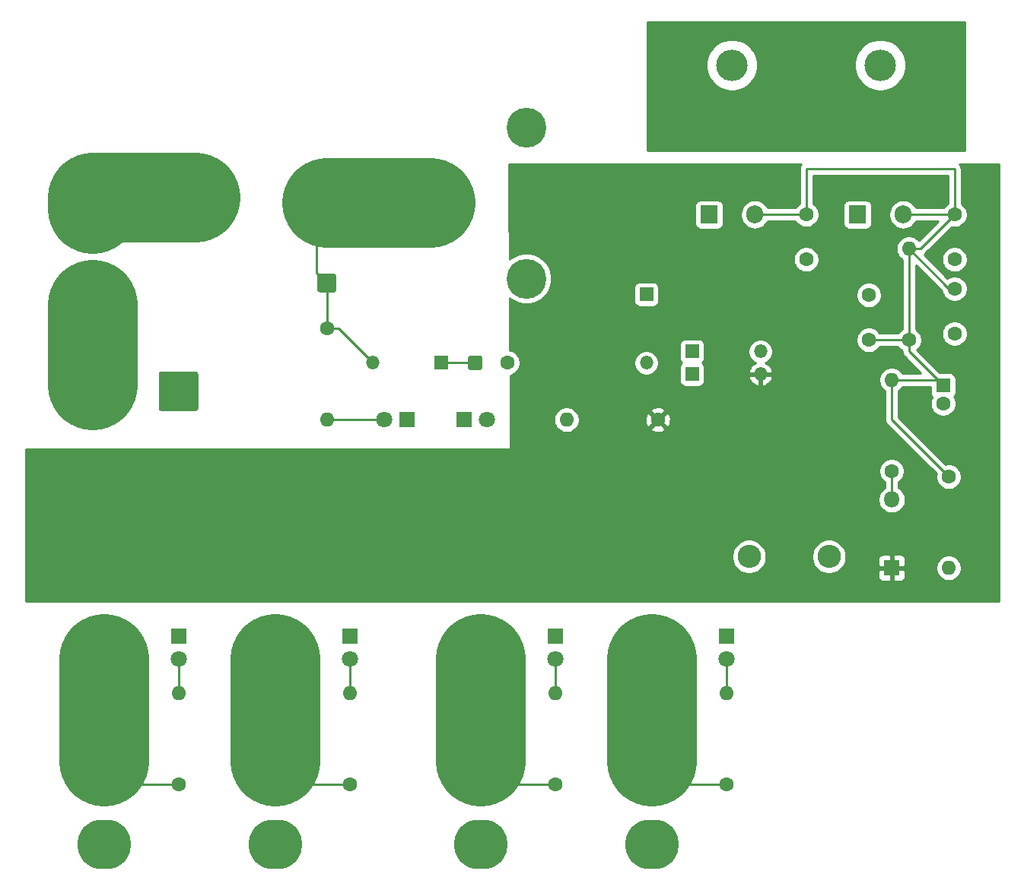
<source format=gbr>
%TF.GenerationSoftware,KiCad,Pcbnew,(5.1.9)-1*%
%TF.CreationDate,2021-04-19T13:23:52+01:00*%
%TF.ProjectId,PowerPole,506f7765-7250-46f6-9c65-2e6b69636164,rev?*%
%TF.SameCoordinates,Original*%
%TF.FileFunction,Copper,L1,Top*%
%TF.FilePolarity,Positive*%
%FSLAX46Y46*%
G04 Gerber Fmt 4.6, Leading zero omitted, Abs format (unit mm)*
G04 Created by KiCad (PCBNEW (5.1.9)-1) date 2021-04-19 13:23:52*
%MOMM*%
%LPD*%
G01*
G04 APERTURE LIST*
%TA.AperFunction,ComponentPad*%
%ADD10C,4.428000*%
%TD*%
%TA.AperFunction,ComponentPad*%
%ADD11C,2.400000*%
%TD*%
%TA.AperFunction,ComponentPad*%
%ADD12O,1.600000X1.600000*%
%TD*%
%TA.AperFunction,ComponentPad*%
%ADD13C,1.600000*%
%TD*%
%TA.AperFunction,ComponentPad*%
%ADD14O,6.000000X5.500000*%
%TD*%
%TA.AperFunction,ComponentPad*%
%ADD15O,1.905000X2.000000*%
%TD*%
%TA.AperFunction,ComponentPad*%
%ADD16R,1.905000X2.000000*%
%TD*%
%TA.AperFunction,ComponentPad*%
%ADD17O,3.500000X3.500000*%
%TD*%
%TA.AperFunction,ComponentPad*%
%ADD18C,1.800000*%
%TD*%
%TA.AperFunction,ComponentPad*%
%ADD19R,1.800000X1.800000*%
%TD*%
%TA.AperFunction,ComponentPad*%
%ADD20O,1.500000X1.500000*%
%TD*%
%TA.AperFunction,ComponentPad*%
%ADD21R,1.500000X1.500000*%
%TD*%
%TA.AperFunction,ComponentPad*%
%ADD22O,2.600000X2.600000*%
%TD*%
%TA.AperFunction,ComponentPad*%
%ADD23R,2.600000X2.600000*%
%TD*%
%TA.AperFunction,ComponentPad*%
%ADD24O,1.800000X1.800000*%
%TD*%
%TA.AperFunction,ComponentPad*%
%ADD25R,1.600000X1.600000*%
%TD*%
%TA.AperFunction,Conductor*%
%ADD26C,0.250000*%
%TD*%
%TA.AperFunction,Conductor*%
%ADD27C,10.000000*%
%TD*%
%TA.AperFunction,Conductor*%
%ADD28C,0.254000*%
%TD*%
%TA.AperFunction,Conductor*%
%ADD29C,0.100000*%
%TD*%
%TA.AperFunction,NonConductor*%
%ADD30C,0.254000*%
%TD*%
%TA.AperFunction,NonConductor*%
%ADD31C,0.100000*%
%TD*%
G04 APERTURE END LIST*
D10*
%TO.P,K1,87*%
%TO.N,/Vout*%
X155060000Y-36830000D03*
%TO.P,K1,86*%
%TO.N,Net-(D11-Pad1)*%
X146660000Y-45230000D03*
%TO.P,K1,85*%
%TO.N,/GND*%
X146660000Y-28430000D03*
%TO.P,K1,30*%
%TO.N,Net-(D14-Pad2)*%
X137160000Y-36830000D03*
%TD*%
D11*
%TO.P,F5,4*%
%TO.N,/Vout*%
X158750000Y-71620000D03*
%TO.P,F5,3*%
X162150000Y-71620000D03*
%TO.P,F5,2*%
%TO.N,Net-(F5-Pad1)*%
X162150000Y-85090000D03*
%TO.P,F5,1*%
X158750000Y-85090000D03*
%TD*%
%TO.P,F4,4*%
%TO.N,/Vout*%
X139700000Y-71620000D03*
%TO.P,F4,3*%
X143100000Y-71620000D03*
%TO.P,F4,2*%
%TO.N,Net-(F4-Pad1)*%
X143100000Y-85090000D03*
%TO.P,F4,1*%
X139700000Y-85090000D03*
%TD*%
%TO.P,F3,4*%
%TO.N,/Vout*%
X116840000Y-71620000D03*
%TO.P,F3,3*%
X120240000Y-71620000D03*
%TO.P,F3,2*%
%TO.N,Net-(F3-Pad1)*%
X120240000Y-85090000D03*
%TO.P,F3,1*%
X116840000Y-85090000D03*
%TD*%
%TO.P,F2,4*%
%TO.N,/Vout*%
X97790000Y-71620000D03*
%TO.P,F2,3*%
X101190000Y-71620000D03*
%TO.P,F2,2*%
%TO.N,Net-(F2-Pad1)*%
X101190000Y-85090000D03*
%TO.P,F2,1*%
X97790000Y-85090000D03*
%TD*%
%TO.P,F1,4*%
%TO.N,Net-(D14-Pad2)*%
X123325000Y-34925000D03*
%TO.P,F1,3*%
X123325000Y-38325000D03*
%TO.P,F1,2*%
%TO.N,Net-(F1-Pad1)*%
X109855000Y-38325000D03*
%TO.P,F1,1*%
X109855000Y-34925000D03*
%TD*%
D12*
%TO.P,R8,2*%
%TO.N,Net-(D15-Pad2)*%
X124460000Y-60960000D03*
D13*
%TO.P,R8,1*%
%TO.N,Net-(D14-Pad2)*%
X124460000Y-50800000D03*
%TD*%
%TO.P,J8,1*%
%TO.N,/GND*%
%TA.AperFunction,ComponentPad*%
G36*
G01*
X105750000Y-59734200D02*
X105750000Y-55835800D01*
G75*
G02*
X106000800Y-55585000I250800J0D01*
G01*
X109899200Y-55585000D01*
G75*
G02*
X110150000Y-55835800I0J-250800D01*
G01*
X110150000Y-59734200D01*
G75*
G02*
X109899200Y-59985000I-250800J0D01*
G01*
X106000800Y-59985000D01*
G75*
G02*
X105750000Y-59734200I0J250800D01*
G01*
G37*
%TD.AperFunction*%
%TD*%
%TO.P,J7,1*%
%TO.N,Net-(J1-Pad2)*%
%TA.AperFunction,ComponentPad*%
G36*
G01*
X96225000Y-59734200D02*
X96225000Y-55835800D01*
G75*
G02*
X96475800Y-55585000I250800J0D01*
G01*
X100374200Y-55585000D01*
G75*
G02*
X100625000Y-55835800I0J-250800D01*
G01*
X100625000Y-59734200D01*
G75*
G02*
X100374200Y-59985000I-250800J0D01*
G01*
X96475800Y-59985000D01*
G75*
G02*
X96225000Y-59734200I0J250800D01*
G01*
G37*
%TD.AperFunction*%
%TD*%
%TO.P,J6,1*%
%TO.N,Net-(D14-Pad2)*%
%TA.AperFunction,ComponentPad*%
G36*
G01*
X123410000Y-46520001D02*
X123410000Y-44919999D01*
G75*
G02*
X123659999Y-44670000I249999J0D01*
G01*
X125260001Y-44670000D01*
G75*
G02*
X125510000Y-44919999I0J-249999D01*
G01*
X125510000Y-46520001D01*
G75*
G02*
X125260001Y-46770000I-249999J0D01*
G01*
X123659999Y-46770000D01*
G75*
G02*
X123410000Y-46520001I0J249999D01*
G01*
G37*
%TD.AperFunction*%
%TD*%
D14*
%TO.P,J5,2*%
%TO.N,/GND*%
X99695000Y-108230000D03*
%TO.P,J5,1*%
%TO.N,Net-(F2-Pad1)*%
X99695000Y-100330000D03*
%TD*%
%TO.P,J4,2*%
%TO.N,/GND*%
X118745000Y-108230000D03*
%TO.P,J4,1*%
%TO.N,Net-(F3-Pad1)*%
X118745000Y-100330000D03*
%TD*%
%TO.P,J3,2*%
%TO.N,/GND*%
X141605000Y-108230000D03*
%TO.P,J3,1*%
%TO.N,Net-(F4-Pad1)*%
X141605000Y-100330000D03*
%TD*%
%TO.P,J2,2*%
%TO.N,/GND*%
X160655000Y-108230000D03*
%TO.P,J2,1*%
%TO.N,Net-(F5-Pad1)*%
X160655000Y-100330000D03*
%TD*%
%TO.P,J1,2*%
%TO.N,Net-(J1-Pad2)*%
X98425000Y-46635000D03*
%TO.P,J1,1*%
%TO.N,Net-(F1-Pad1)*%
X98425000Y-38735000D03*
%TD*%
D13*
%TO.P,C5,2*%
%TO.N,/GND*%
X177800000Y-43100000D03*
%TO.P,C5,1*%
%TO.N,Net-(C1-Pad1)*%
X177800000Y-38100000D03*
%TD*%
D15*
%TO.P,D1,3*%
%TO.N,Net-(C1-Pad1)*%
X172085000Y-38100000D03*
%TO.P,D1,2*%
%TO.N,/Vout*%
X169545000Y-38100000D03*
D16*
%TO.P,D1,1*%
%TO.N,/GND*%
X167005000Y-38100000D03*
D17*
%TO.P,D1,*%
%TO.N,*%
X169545000Y-21440000D03*
%TD*%
D13*
%TO.P,SW1,2*%
%TO.N,Net-(D11-Pad2)*%
X144570000Y-54610000D03*
%TO.P,SW1,1*%
%TO.N,Net-(D14-Pad1)*%
%TA.AperFunction,ComponentPad*%
G36*
G01*
X140170000Y-55160000D02*
X140170000Y-54060000D01*
G75*
G02*
X140420000Y-53810000I250000J0D01*
G01*
X141520000Y-53810000D01*
G75*
G02*
X141770000Y-54060000I0J-250000D01*
G01*
X141770000Y-55160000D01*
G75*
G02*
X141520000Y-55410000I-250000J0D01*
G01*
X140420000Y-55410000D01*
G75*
G02*
X140170000Y-55160000I0J250000D01*
G01*
G37*
%TD.AperFunction*%
%TD*%
D12*
%TO.P,R9,2*%
%TO.N,Net-(C1-Pad1)*%
X189230000Y-41910000D03*
D13*
%TO.P,R9,1*%
X189230000Y-52070000D03*
%TD*%
D12*
%TO.P,R7,2*%
%TO.N,Net-(D10-Pad2)*%
X107950000Y-91440000D03*
D13*
%TO.P,R7,1*%
%TO.N,Net-(F2-Pad1)*%
X107950000Y-101600000D03*
%TD*%
D12*
%TO.P,R6,2*%
%TO.N,Net-(D9-Pad2)*%
X127000000Y-91440000D03*
D13*
%TO.P,R6,1*%
%TO.N,Net-(F3-Pad1)*%
X127000000Y-101600000D03*
%TD*%
D12*
%TO.P,R5,2*%
%TO.N,Net-(D8-Pad2)*%
X149860000Y-91440000D03*
D13*
%TO.P,R5,1*%
%TO.N,Net-(F4-Pad1)*%
X149860000Y-101600000D03*
%TD*%
D12*
%TO.P,R4,2*%
%TO.N,Net-(D7-Pad2)*%
X168910000Y-91440000D03*
D13*
%TO.P,R4,1*%
%TO.N,Net-(F5-Pad1)*%
X168910000Y-101600000D03*
%TD*%
D12*
%TO.P,R3,2*%
%TO.N,Net-(D6-Pad2)*%
X151130000Y-60960000D03*
D13*
%TO.P,R3,1*%
%TO.N,/Vout*%
X161290000Y-60960000D03*
%TD*%
D12*
%TO.P,R2,2*%
%TO.N,Net-(C1-Pad1)*%
X187325000Y-56515000D03*
D13*
%TO.P,R2,1*%
%TO.N,Net-(D3-Pad2)*%
X187325000Y-66675000D03*
%TD*%
D12*
%TO.P,R1,2*%
%TO.N,/GND*%
X193675000Y-77470000D03*
D13*
%TO.P,R1,1*%
%TO.N,Net-(C1-Pad1)*%
X193675000Y-67310000D03*
%TD*%
D18*
%TO.P,D15,2*%
%TO.N,Net-(D15-Pad2)*%
X130810000Y-60960000D03*
D19*
%TO.P,D15,1*%
%TO.N,/GND*%
X133350000Y-60960000D03*
%TD*%
D20*
%TO.P,D14,2*%
%TO.N,Net-(D14-Pad2)*%
X129540000Y-54610000D03*
D21*
%TO.P,D14,1*%
%TO.N,Net-(D14-Pad1)*%
X137160000Y-54610000D03*
%TD*%
D20*
%TO.P,D13,2*%
%TO.N,/GND*%
X172720000Y-53340000D03*
D21*
%TO.P,D13,1*%
%TO.N,Net-(D11-Pad1)*%
X165100000Y-53340000D03*
%TD*%
D20*
%TO.P,D12,2*%
%TO.N,/Vout*%
X172720000Y-55880000D03*
D21*
%TO.P,D12,1*%
%TO.N,Net-(D11-Pad2)*%
X165100000Y-55880000D03*
%TD*%
D20*
%TO.P,D11,2*%
%TO.N,Net-(D11-Pad2)*%
X160020000Y-54610000D03*
D21*
%TO.P,D11,1*%
%TO.N,Net-(D11-Pad1)*%
X160020000Y-46990000D03*
%TD*%
D18*
%TO.P,D10,2*%
%TO.N,Net-(D10-Pad2)*%
X107950000Y-87630000D03*
D19*
%TO.P,D10,1*%
%TO.N,/GND*%
X107950000Y-85090000D03*
%TD*%
D18*
%TO.P,D9,2*%
%TO.N,Net-(D9-Pad2)*%
X127000000Y-87630000D03*
D19*
%TO.P,D9,1*%
%TO.N,/GND*%
X127000000Y-85090000D03*
%TD*%
D18*
%TO.P,D8,2*%
%TO.N,Net-(D8-Pad2)*%
X149860000Y-87630000D03*
D19*
%TO.P,D8,1*%
%TO.N,/GND*%
X149860000Y-85090000D03*
%TD*%
D18*
%TO.P,D7,2*%
%TO.N,Net-(D7-Pad2)*%
X168910000Y-87630000D03*
D19*
%TO.P,D7,1*%
%TO.N,/GND*%
X168910000Y-85090000D03*
%TD*%
D18*
%TO.P,D6,2*%
%TO.N,Net-(D6-Pad2)*%
X142240000Y-60960000D03*
D19*
%TO.P,D6,1*%
%TO.N,/GND*%
X139700000Y-60960000D03*
%TD*%
D22*
%TO.P,D5,2*%
%TO.N,/GND*%
X180340000Y-76200000D03*
D23*
%TO.P,D5,1*%
%TO.N,/Vout*%
X180340000Y-60960000D03*
%TD*%
D22*
%TO.P,D4,2*%
%TO.N,/GND*%
X171450000Y-76200000D03*
D23*
%TO.P,D4,1*%
%TO.N,/Vout*%
X171450000Y-60960000D03*
%TD*%
D24*
%TO.P,D3,2*%
%TO.N,Net-(D3-Pad2)*%
X187325000Y-69850000D03*
D19*
%TO.P,D3,1*%
%TO.N,/Vout*%
X187325000Y-77470000D03*
%TD*%
D15*
%TO.P,D2,3*%
%TO.N,Net-(C1-Pad1)*%
X188595000Y-38100000D03*
%TO.P,D2,2*%
%TO.N,/Vout*%
X186055000Y-38100000D03*
D16*
%TO.P,D2,1*%
%TO.N,/GND*%
X183515000Y-38100000D03*
D17*
%TO.P,D2,*%
%TO.N,*%
X186055000Y-21440000D03*
%TD*%
D13*
%TO.P,C4,2*%
%TO.N,/GND*%
X184785000Y-47070000D03*
%TO.P,C4,1*%
%TO.N,Net-(C1-Pad1)*%
X184785000Y-52070000D03*
%TD*%
%TO.P,C3,2*%
%TO.N,/GND*%
X194310000Y-51355000D03*
%TO.P,C3,1*%
%TO.N,Net-(C1-Pad1)*%
X194310000Y-46355000D03*
%TD*%
%TO.P,C2,2*%
%TO.N,/GND*%
X194310000Y-43100000D03*
%TO.P,C2,1*%
%TO.N,Net-(C1-Pad1)*%
X194310000Y-38100000D03*
%TD*%
%TO.P,C1,2*%
%TO.N,/GND*%
X193040000Y-59150000D03*
D25*
%TO.P,C1,1*%
%TO.N,Net-(C1-Pad1)*%
X193040000Y-57150000D03*
%TD*%
D26*
%TO.N,Net-(C1-Pad1)*%
X172085000Y-38100000D02*
X177800000Y-38100000D01*
X188595000Y-38100000D02*
X194310000Y-38100000D01*
X194310000Y-38100000D02*
X194310000Y-34290000D01*
X177800000Y-34290000D02*
X177800000Y-38100000D01*
X190500000Y-41910000D02*
X194310000Y-38100000D01*
X189230000Y-41910000D02*
X190500000Y-41910000D01*
X177800000Y-34290000D02*
X177800000Y-33020000D01*
X177800000Y-33020000D02*
X194310000Y-33020000D01*
X194310000Y-33020000D02*
X194310000Y-34290000D01*
X193675000Y-46355000D02*
X194310000Y-46355000D01*
X189230000Y-41910000D02*
X193675000Y-46355000D01*
X189230000Y-41910000D02*
X189230000Y-52070000D01*
X184785000Y-52070000D02*
X189230000Y-52070000D01*
X189230000Y-53340000D02*
X193040000Y-57150000D01*
X189230000Y-52070000D02*
X189230000Y-53340000D01*
X192405000Y-56515000D02*
X193040000Y-57150000D01*
X187325000Y-56515000D02*
X192405000Y-56515000D01*
X187325000Y-60960000D02*
X193675000Y-67310000D01*
X187325000Y-56515000D02*
X187325000Y-60960000D01*
%TO.N,Net-(D3-Pad2)*%
X187325000Y-69850000D02*
X187325000Y-66675000D01*
%TO.N,Net-(D7-Pad2)*%
X168910000Y-87630000D02*
X168910000Y-91440000D01*
%TO.N,Net-(D8-Pad2)*%
X149860000Y-87630000D02*
X149860000Y-91440000D01*
%TO.N,Net-(D9-Pad2)*%
X127000000Y-87630000D02*
X127000000Y-91440000D01*
%TO.N,Net-(D10-Pad2)*%
X107950000Y-87630000D02*
X108585000Y-87630000D01*
X107950000Y-87630000D02*
X107950000Y-91440000D01*
D27*
%TO.N,Net-(D14-Pad2)*%
X136000000Y-36830000D02*
X124460000Y-36830000D01*
D26*
X123325000Y-44585000D02*
X124460000Y-45720000D01*
X123325000Y-38325000D02*
X123325000Y-44585000D01*
X125730000Y-50800000D02*
X129540000Y-54610000D01*
X124460000Y-50800000D02*
X125730000Y-50800000D01*
X124460000Y-45720000D02*
X124460000Y-50800000D01*
%TO.N,Net-(D14-Pad1)*%
X137160000Y-54610000D02*
X140970000Y-54610000D01*
%TO.N,Net-(D15-Pad2)*%
X124460000Y-60960000D02*
X130810000Y-60960000D01*
D27*
%TO.N,Net-(F1-Pad1)*%
X98425000Y-37500000D02*
X98425000Y-37000000D01*
X98425000Y-36195000D02*
X109855000Y-36195000D01*
%TO.N,Net-(F2-Pad1)*%
X99695000Y-99000000D02*
X99695000Y-87630000D01*
D26*
X100965000Y-101600000D02*
X99695000Y-100330000D01*
X107950000Y-101600000D02*
X100965000Y-101600000D01*
D27*
%TO.N,Net-(F3-Pad1)*%
X118745000Y-99000000D02*
X118745000Y-87630000D01*
D26*
X119380000Y-101600000D02*
X118110000Y-100330000D01*
X127000000Y-101600000D02*
X119380000Y-101600000D01*
D27*
%TO.N,Net-(F4-Pad1)*%
X141605000Y-99000000D02*
X141605000Y-87630000D01*
D26*
X142240000Y-101600000D02*
X140970000Y-100330000D01*
X149860000Y-101600000D02*
X142240000Y-101600000D01*
D27*
%TO.N,Net-(F5-Pad1)*%
X160655000Y-99000000D02*
X160655000Y-87630000D01*
D26*
X161290000Y-101600000D02*
X160020000Y-100330000D01*
X168910000Y-101600000D02*
X161290000Y-101600000D01*
D27*
%TO.N,Net-(J1-Pad2)*%
X98425000Y-57150000D02*
X98425000Y-48150000D01*
%TD*%
D28*
%TO.N,/Vout*%
X177165026Y-32595724D02*
X177094454Y-32727753D01*
X177050997Y-32871014D01*
X177036323Y-33020000D01*
X177040001Y-33057342D01*
X177040000Y-34252667D01*
X177040000Y-34252668D01*
X177040001Y-36881956D01*
X176885241Y-36985363D01*
X176685363Y-37185241D01*
X176581957Y-37340000D01*
X173504208Y-37340000D01*
X173411345Y-37166265D01*
X173212963Y-36924537D01*
X172971234Y-36726155D01*
X172695448Y-36578745D01*
X172396203Y-36487970D01*
X172085000Y-36457319D01*
X171773796Y-36487970D01*
X171474551Y-36578745D01*
X171198765Y-36726155D01*
X170957037Y-36924537D01*
X170758655Y-37166266D01*
X170611245Y-37442052D01*
X170520470Y-37741297D01*
X170497500Y-37974515D01*
X170497500Y-38225486D01*
X170520470Y-38458704D01*
X170611245Y-38757949D01*
X170758655Y-39033735D01*
X170957037Y-39275463D01*
X171198766Y-39473845D01*
X171474552Y-39621255D01*
X171773797Y-39712030D01*
X172085000Y-39742681D01*
X172396204Y-39712030D01*
X172695449Y-39621255D01*
X172971235Y-39473845D01*
X173212963Y-39275463D01*
X173411345Y-39033734D01*
X173504207Y-38860000D01*
X176581957Y-38860000D01*
X176685363Y-39014759D01*
X176885241Y-39214637D01*
X177120273Y-39371680D01*
X177381426Y-39479853D01*
X177658665Y-39535000D01*
X177941335Y-39535000D01*
X178218574Y-39479853D01*
X178479727Y-39371680D01*
X178714759Y-39214637D01*
X178914637Y-39014759D01*
X179071680Y-38779727D01*
X179179853Y-38518574D01*
X179235000Y-38241335D01*
X179235000Y-37958665D01*
X179179853Y-37681426D01*
X179071680Y-37420273D01*
X178914637Y-37185241D01*
X178829396Y-37100000D01*
X181924428Y-37100000D01*
X181924428Y-39100000D01*
X181936688Y-39224482D01*
X181972998Y-39344180D01*
X182031963Y-39454494D01*
X182111315Y-39551185D01*
X182208006Y-39630537D01*
X182318320Y-39689502D01*
X182438018Y-39725812D01*
X182562500Y-39738072D01*
X184467500Y-39738072D01*
X184591982Y-39725812D01*
X184711680Y-39689502D01*
X184821994Y-39630537D01*
X184918685Y-39551185D01*
X184998037Y-39454494D01*
X185057002Y-39344180D01*
X185093312Y-39224482D01*
X185105572Y-39100000D01*
X185105572Y-37100000D01*
X185093312Y-36975518D01*
X185057002Y-36855820D01*
X184998037Y-36745506D01*
X184918685Y-36648815D01*
X184821994Y-36569463D01*
X184711680Y-36510498D01*
X184591982Y-36474188D01*
X184467500Y-36461928D01*
X182562500Y-36461928D01*
X182438018Y-36474188D01*
X182318320Y-36510498D01*
X182208006Y-36569463D01*
X182111315Y-36648815D01*
X182031963Y-36745506D01*
X181972998Y-36855820D01*
X181936688Y-36975518D01*
X181924428Y-37100000D01*
X178829396Y-37100000D01*
X178714759Y-36985363D01*
X178560000Y-36881957D01*
X178560000Y-33780000D01*
X193550001Y-33780000D01*
X193550001Y-34252667D01*
X193550000Y-36881956D01*
X193395241Y-36985363D01*
X193195363Y-37185241D01*
X193091957Y-37340000D01*
X190014208Y-37340000D01*
X189921345Y-37166265D01*
X189722963Y-36924537D01*
X189481234Y-36726155D01*
X189205448Y-36578745D01*
X188906203Y-36487970D01*
X188595000Y-36457319D01*
X188283796Y-36487970D01*
X187984551Y-36578745D01*
X187708765Y-36726155D01*
X187467037Y-36924537D01*
X187268655Y-37166266D01*
X187121245Y-37442052D01*
X187030470Y-37741297D01*
X187007500Y-37974515D01*
X187007500Y-38225486D01*
X187030470Y-38458704D01*
X187121245Y-38757949D01*
X187268655Y-39033735D01*
X187467037Y-39275463D01*
X187708766Y-39473845D01*
X187984552Y-39621255D01*
X188283797Y-39712030D01*
X188595000Y-39742681D01*
X188906204Y-39712030D01*
X189205449Y-39621255D01*
X189481235Y-39473845D01*
X189722963Y-39275463D01*
X189921345Y-39033734D01*
X190014207Y-38860000D01*
X192475198Y-38860000D01*
X190342297Y-40992901D01*
X190144759Y-40795363D01*
X189909727Y-40638320D01*
X189648574Y-40530147D01*
X189371335Y-40475000D01*
X189088665Y-40475000D01*
X188811426Y-40530147D01*
X188550273Y-40638320D01*
X188315241Y-40795363D01*
X188115363Y-40995241D01*
X187958320Y-41230273D01*
X187850147Y-41491426D01*
X187795000Y-41768665D01*
X187795000Y-42051335D01*
X187850147Y-42328574D01*
X187958320Y-42589727D01*
X188115363Y-42824759D01*
X188315241Y-43024637D01*
X188470000Y-43128044D01*
X188470001Y-50851956D01*
X188315241Y-50955363D01*
X188115363Y-51155241D01*
X188011957Y-51310000D01*
X186003043Y-51310000D01*
X185899637Y-51155241D01*
X185699759Y-50955363D01*
X185464727Y-50798320D01*
X185203574Y-50690147D01*
X184926335Y-50635000D01*
X184643665Y-50635000D01*
X184366426Y-50690147D01*
X184105273Y-50798320D01*
X183870241Y-50955363D01*
X183670363Y-51155241D01*
X183513320Y-51390273D01*
X183405147Y-51651426D01*
X183350000Y-51928665D01*
X183350000Y-52211335D01*
X183405147Y-52488574D01*
X183513320Y-52749727D01*
X183670363Y-52984759D01*
X183870241Y-53184637D01*
X184105273Y-53341680D01*
X184366426Y-53449853D01*
X184643665Y-53505000D01*
X184926335Y-53505000D01*
X185203574Y-53449853D01*
X185464727Y-53341680D01*
X185699759Y-53184637D01*
X185899637Y-52984759D01*
X186003043Y-52830000D01*
X188011957Y-52830000D01*
X188115363Y-52984759D01*
X188315241Y-53184637D01*
X188470001Y-53288044D01*
X188470001Y-53302668D01*
X188466324Y-53340000D01*
X188470001Y-53377333D01*
X188480998Y-53488986D01*
X188485856Y-53505000D01*
X188524454Y-53632246D01*
X188595026Y-53764276D01*
X188665379Y-53850000D01*
X188690000Y-53880001D01*
X188718998Y-53903799D01*
X190570199Y-55755000D01*
X188543043Y-55755000D01*
X188439637Y-55600241D01*
X188239759Y-55400363D01*
X188004727Y-55243320D01*
X187743574Y-55135147D01*
X187466335Y-55080000D01*
X187183665Y-55080000D01*
X186906426Y-55135147D01*
X186645273Y-55243320D01*
X186410241Y-55400363D01*
X186210363Y-55600241D01*
X186053320Y-55835273D01*
X185945147Y-56096426D01*
X185890000Y-56373665D01*
X185890000Y-56656335D01*
X185945147Y-56933574D01*
X186053320Y-57194727D01*
X186210363Y-57429759D01*
X186410241Y-57629637D01*
X186565000Y-57733044D01*
X186565001Y-60922668D01*
X186561324Y-60960000D01*
X186565001Y-60997333D01*
X186575245Y-61101335D01*
X186575998Y-61108985D01*
X186619454Y-61252246D01*
X186690026Y-61384276D01*
X186761201Y-61471002D01*
X186785000Y-61500001D01*
X186813998Y-61523799D01*
X192276312Y-66986114D01*
X192240000Y-67168665D01*
X192240000Y-67451335D01*
X192295147Y-67728574D01*
X192403320Y-67989727D01*
X192560363Y-68224759D01*
X192760241Y-68424637D01*
X192995273Y-68581680D01*
X193256426Y-68689853D01*
X193533665Y-68745000D01*
X193816335Y-68745000D01*
X194093574Y-68689853D01*
X194354727Y-68581680D01*
X194589759Y-68424637D01*
X194789637Y-68224759D01*
X194946680Y-67989727D01*
X195054853Y-67728574D01*
X195110000Y-67451335D01*
X195110000Y-67168665D01*
X195054853Y-66891426D01*
X194946680Y-66630273D01*
X194789637Y-66395241D01*
X194589759Y-66195363D01*
X194354727Y-66038320D01*
X194093574Y-65930147D01*
X193816335Y-65875000D01*
X193533665Y-65875000D01*
X193351114Y-65911312D01*
X188085000Y-60645199D01*
X188085000Y-57733043D01*
X188239759Y-57629637D01*
X188439637Y-57429759D01*
X188543043Y-57275000D01*
X191601928Y-57275000D01*
X191601928Y-57950000D01*
X191614188Y-58074482D01*
X191650498Y-58194180D01*
X191709463Y-58304494D01*
X191788815Y-58401185D01*
X191805393Y-58414790D01*
X191768320Y-58470273D01*
X191660147Y-58731426D01*
X191605000Y-59008665D01*
X191605000Y-59291335D01*
X191660147Y-59568574D01*
X191768320Y-59829727D01*
X191925363Y-60064759D01*
X192125241Y-60264637D01*
X192360273Y-60421680D01*
X192621426Y-60529853D01*
X192898665Y-60585000D01*
X193181335Y-60585000D01*
X193458574Y-60529853D01*
X193719727Y-60421680D01*
X193954759Y-60264637D01*
X194154637Y-60064759D01*
X194311680Y-59829727D01*
X194419853Y-59568574D01*
X194475000Y-59291335D01*
X194475000Y-59008665D01*
X194419853Y-58731426D01*
X194311680Y-58470273D01*
X194274607Y-58414790D01*
X194291185Y-58401185D01*
X194370537Y-58304494D01*
X194429502Y-58194180D01*
X194465812Y-58074482D01*
X194478072Y-57950000D01*
X194478072Y-56350000D01*
X194465812Y-56225518D01*
X194429502Y-56105820D01*
X194370537Y-55995506D01*
X194291185Y-55898815D01*
X194194494Y-55819463D01*
X194084180Y-55760498D01*
X193964482Y-55724188D01*
X193840000Y-55711928D01*
X192676730Y-55711928D01*
X190147099Y-53182297D01*
X190344637Y-52984759D01*
X190501680Y-52749727D01*
X190609853Y-52488574D01*
X190665000Y-52211335D01*
X190665000Y-51928665D01*
X190609853Y-51651426D01*
X190501680Y-51390273D01*
X190383675Y-51213665D01*
X192875000Y-51213665D01*
X192875000Y-51496335D01*
X192930147Y-51773574D01*
X193038320Y-52034727D01*
X193195363Y-52269759D01*
X193395241Y-52469637D01*
X193630273Y-52626680D01*
X193891426Y-52734853D01*
X194168665Y-52790000D01*
X194451335Y-52790000D01*
X194728574Y-52734853D01*
X194989727Y-52626680D01*
X195224759Y-52469637D01*
X195424637Y-52269759D01*
X195581680Y-52034727D01*
X195689853Y-51773574D01*
X195745000Y-51496335D01*
X195745000Y-51213665D01*
X195689853Y-50936426D01*
X195581680Y-50675273D01*
X195424637Y-50440241D01*
X195224759Y-50240363D01*
X194989727Y-50083320D01*
X194728574Y-49975147D01*
X194451335Y-49920000D01*
X194168665Y-49920000D01*
X193891426Y-49975147D01*
X193630273Y-50083320D01*
X193395241Y-50240363D01*
X193195363Y-50440241D01*
X193038320Y-50675273D01*
X192930147Y-50936426D01*
X192875000Y-51213665D01*
X190383675Y-51213665D01*
X190344637Y-51155241D01*
X190144759Y-50955363D01*
X189990000Y-50851957D01*
X189990000Y-43744801D01*
X192908141Y-46662943D01*
X192930147Y-46773574D01*
X193038320Y-47034727D01*
X193195363Y-47269759D01*
X193395241Y-47469637D01*
X193630273Y-47626680D01*
X193891426Y-47734853D01*
X194168665Y-47790000D01*
X194451335Y-47790000D01*
X194728574Y-47734853D01*
X194989727Y-47626680D01*
X195224759Y-47469637D01*
X195424637Y-47269759D01*
X195581680Y-47034727D01*
X195689853Y-46773574D01*
X195745000Y-46496335D01*
X195745000Y-46213665D01*
X195689853Y-45936426D01*
X195581680Y-45675273D01*
X195424637Y-45440241D01*
X195224759Y-45240363D01*
X194989727Y-45083320D01*
X194728574Y-44975147D01*
X194451335Y-44920000D01*
X194168665Y-44920000D01*
X193891426Y-44975147D01*
X193630273Y-45083320D01*
X193539065Y-45144263D01*
X191353467Y-42958665D01*
X192875000Y-42958665D01*
X192875000Y-43241335D01*
X192930147Y-43518574D01*
X193038320Y-43779727D01*
X193195363Y-44014759D01*
X193395241Y-44214637D01*
X193630273Y-44371680D01*
X193891426Y-44479853D01*
X194168665Y-44535000D01*
X194451335Y-44535000D01*
X194728574Y-44479853D01*
X194989727Y-44371680D01*
X195224759Y-44214637D01*
X195424637Y-44014759D01*
X195581680Y-43779727D01*
X195689853Y-43518574D01*
X195745000Y-43241335D01*
X195745000Y-42958665D01*
X195689853Y-42681426D01*
X195581680Y-42420273D01*
X195424637Y-42185241D01*
X195224759Y-41985363D01*
X194989727Y-41828320D01*
X194728574Y-41720147D01*
X194451335Y-41665000D01*
X194168665Y-41665000D01*
X193891426Y-41720147D01*
X193630273Y-41828320D01*
X193395241Y-41985363D01*
X193195363Y-42185241D01*
X193038320Y-42420273D01*
X192930147Y-42681426D01*
X192875000Y-42958665D01*
X191353467Y-42958665D01*
X190932789Y-42537988D01*
X191040001Y-42450001D01*
X191063804Y-42420997D01*
X193986114Y-39498688D01*
X194168665Y-39535000D01*
X194451335Y-39535000D01*
X194728574Y-39479853D01*
X194989727Y-39371680D01*
X195224759Y-39214637D01*
X195424637Y-39014759D01*
X195581680Y-38779727D01*
X195689853Y-38518574D01*
X195745000Y-38241335D01*
X195745000Y-37958665D01*
X195689853Y-37681426D01*
X195581680Y-37420273D01*
X195424637Y-37185241D01*
X195224759Y-36985363D01*
X195070000Y-36881957D01*
X195070000Y-33057333D01*
X195073677Y-33020000D01*
X195059003Y-32871014D01*
X195015546Y-32727753D01*
X194944974Y-32595724D01*
X194876264Y-32512000D01*
X199263000Y-32512000D01*
X199263000Y-81153000D01*
X90932000Y-81153000D01*
X90932000Y-78370000D01*
X185786928Y-78370000D01*
X185799188Y-78494482D01*
X185835498Y-78614180D01*
X185894463Y-78724494D01*
X185973815Y-78821185D01*
X186070506Y-78900537D01*
X186180820Y-78959502D01*
X186300518Y-78995812D01*
X186425000Y-79008072D01*
X187039250Y-79005000D01*
X187198000Y-78846250D01*
X187198000Y-77597000D01*
X187452000Y-77597000D01*
X187452000Y-78846250D01*
X187610750Y-79005000D01*
X188225000Y-79008072D01*
X188349482Y-78995812D01*
X188469180Y-78959502D01*
X188579494Y-78900537D01*
X188676185Y-78821185D01*
X188755537Y-78724494D01*
X188814502Y-78614180D01*
X188850812Y-78494482D01*
X188863072Y-78370000D01*
X188860000Y-77755750D01*
X188701250Y-77597000D01*
X187452000Y-77597000D01*
X187198000Y-77597000D01*
X185948750Y-77597000D01*
X185790000Y-77755750D01*
X185786928Y-78370000D01*
X90932000Y-78370000D01*
X90932000Y-76009419D01*
X169515000Y-76009419D01*
X169515000Y-76390581D01*
X169589361Y-76764419D01*
X169735225Y-77116566D01*
X169946987Y-77433491D01*
X170216509Y-77703013D01*
X170533434Y-77914775D01*
X170885581Y-78060639D01*
X171259419Y-78135000D01*
X171640581Y-78135000D01*
X172014419Y-78060639D01*
X172366566Y-77914775D01*
X172683491Y-77703013D01*
X172953013Y-77433491D01*
X173164775Y-77116566D01*
X173310639Y-76764419D01*
X173385000Y-76390581D01*
X173385000Y-76009419D01*
X178405000Y-76009419D01*
X178405000Y-76390581D01*
X178479361Y-76764419D01*
X178625225Y-77116566D01*
X178836987Y-77433491D01*
X179106509Y-77703013D01*
X179423434Y-77914775D01*
X179775581Y-78060639D01*
X180149419Y-78135000D01*
X180530581Y-78135000D01*
X180904419Y-78060639D01*
X181256566Y-77914775D01*
X181573491Y-77703013D01*
X181843013Y-77433491D01*
X182054775Y-77116566D01*
X182200639Y-76764419D01*
X182239311Y-76570000D01*
X185786928Y-76570000D01*
X185790000Y-77184250D01*
X185948750Y-77343000D01*
X187198000Y-77343000D01*
X187198000Y-76093750D01*
X187452000Y-76093750D01*
X187452000Y-77343000D01*
X188701250Y-77343000D01*
X188715585Y-77328665D01*
X192240000Y-77328665D01*
X192240000Y-77611335D01*
X192295147Y-77888574D01*
X192403320Y-78149727D01*
X192560363Y-78384759D01*
X192760241Y-78584637D01*
X192995273Y-78741680D01*
X193256426Y-78849853D01*
X193533665Y-78905000D01*
X193816335Y-78905000D01*
X194093574Y-78849853D01*
X194354727Y-78741680D01*
X194589759Y-78584637D01*
X194789637Y-78384759D01*
X194946680Y-78149727D01*
X195054853Y-77888574D01*
X195110000Y-77611335D01*
X195110000Y-77328665D01*
X195054853Y-77051426D01*
X194946680Y-76790273D01*
X194789637Y-76555241D01*
X194589759Y-76355363D01*
X194354727Y-76198320D01*
X194093574Y-76090147D01*
X193816335Y-76035000D01*
X193533665Y-76035000D01*
X193256426Y-76090147D01*
X192995273Y-76198320D01*
X192760241Y-76355363D01*
X192560363Y-76555241D01*
X192403320Y-76790273D01*
X192295147Y-77051426D01*
X192240000Y-77328665D01*
X188715585Y-77328665D01*
X188860000Y-77184250D01*
X188863072Y-76570000D01*
X188850812Y-76445518D01*
X188814502Y-76325820D01*
X188755537Y-76215506D01*
X188676185Y-76118815D01*
X188579494Y-76039463D01*
X188469180Y-75980498D01*
X188349482Y-75944188D01*
X188225000Y-75931928D01*
X187610750Y-75935000D01*
X187452000Y-76093750D01*
X187198000Y-76093750D01*
X187039250Y-75935000D01*
X186425000Y-75931928D01*
X186300518Y-75944188D01*
X186180820Y-75980498D01*
X186070506Y-76039463D01*
X185973815Y-76118815D01*
X185894463Y-76215506D01*
X185835498Y-76325820D01*
X185799188Y-76445518D01*
X185786928Y-76570000D01*
X182239311Y-76570000D01*
X182275000Y-76390581D01*
X182275000Y-76009419D01*
X182200639Y-75635581D01*
X182054775Y-75283434D01*
X181843013Y-74966509D01*
X181573491Y-74696987D01*
X181256566Y-74485225D01*
X180904419Y-74339361D01*
X180530581Y-74265000D01*
X180149419Y-74265000D01*
X179775581Y-74339361D01*
X179423434Y-74485225D01*
X179106509Y-74696987D01*
X178836987Y-74966509D01*
X178625225Y-75283434D01*
X178479361Y-75635581D01*
X178405000Y-76009419D01*
X173385000Y-76009419D01*
X173310639Y-75635581D01*
X173164775Y-75283434D01*
X172953013Y-74966509D01*
X172683491Y-74696987D01*
X172366566Y-74485225D01*
X172014419Y-74339361D01*
X171640581Y-74265000D01*
X171259419Y-74265000D01*
X170885581Y-74339361D01*
X170533434Y-74485225D01*
X170216509Y-74696987D01*
X169946987Y-74966509D01*
X169735225Y-75283434D01*
X169589361Y-75635581D01*
X169515000Y-76009419D01*
X90932000Y-76009419D01*
X90932000Y-69698816D01*
X185790000Y-69698816D01*
X185790000Y-70001184D01*
X185848989Y-70297743D01*
X185964701Y-70577095D01*
X186132688Y-70828505D01*
X186346495Y-71042312D01*
X186597905Y-71210299D01*
X186877257Y-71326011D01*
X187173816Y-71385000D01*
X187476184Y-71385000D01*
X187772743Y-71326011D01*
X188052095Y-71210299D01*
X188303505Y-71042312D01*
X188517312Y-70828505D01*
X188685299Y-70577095D01*
X188801011Y-70297743D01*
X188860000Y-70001184D01*
X188860000Y-69698816D01*
X188801011Y-69402257D01*
X188685299Y-69122905D01*
X188517312Y-68871495D01*
X188303505Y-68657688D01*
X188085000Y-68511687D01*
X188085000Y-67893043D01*
X188239759Y-67789637D01*
X188439637Y-67589759D01*
X188596680Y-67354727D01*
X188704853Y-67093574D01*
X188760000Y-66816335D01*
X188760000Y-66533665D01*
X188704853Y-66256426D01*
X188596680Y-65995273D01*
X188439637Y-65760241D01*
X188239759Y-65560363D01*
X188004727Y-65403320D01*
X187743574Y-65295147D01*
X187466335Y-65240000D01*
X187183665Y-65240000D01*
X186906426Y-65295147D01*
X186645273Y-65403320D01*
X186410241Y-65560363D01*
X186210363Y-65760241D01*
X186053320Y-65995273D01*
X185945147Y-66256426D01*
X185890000Y-66533665D01*
X185890000Y-66816335D01*
X185945147Y-67093574D01*
X186053320Y-67354727D01*
X186210363Y-67589759D01*
X186410241Y-67789637D01*
X186565001Y-67893044D01*
X186565000Y-68511687D01*
X186346495Y-68657688D01*
X186132688Y-68871495D01*
X185964701Y-69122905D01*
X185848989Y-69402257D01*
X185790000Y-69698816D01*
X90932000Y-69698816D01*
X90932000Y-64262000D01*
X144780000Y-64262000D01*
X144804776Y-64259560D01*
X144828601Y-64252333D01*
X144850557Y-64240597D01*
X144869803Y-64224803D01*
X144885597Y-64205557D01*
X144897333Y-64183601D01*
X144904560Y-64159776D01*
X144906998Y-64134365D01*
X144890420Y-60818665D01*
X149695000Y-60818665D01*
X149695000Y-61101335D01*
X149750147Y-61378574D01*
X149858320Y-61639727D01*
X150015363Y-61874759D01*
X150215241Y-62074637D01*
X150450273Y-62231680D01*
X150711426Y-62339853D01*
X150988665Y-62395000D01*
X151271335Y-62395000D01*
X151548574Y-62339853D01*
X151809727Y-62231680D01*
X152044759Y-62074637D01*
X152166694Y-61952702D01*
X160476903Y-61952702D01*
X160548486Y-62196671D01*
X160803996Y-62317571D01*
X161078184Y-62386300D01*
X161360512Y-62400217D01*
X161640130Y-62358787D01*
X161906292Y-62263603D01*
X162031514Y-62196671D01*
X162103097Y-61952702D01*
X161290000Y-61139605D01*
X160476903Y-61952702D01*
X152166694Y-61952702D01*
X152244637Y-61874759D01*
X152401680Y-61639727D01*
X152509853Y-61378574D01*
X152565000Y-61101335D01*
X152565000Y-61030512D01*
X159849783Y-61030512D01*
X159891213Y-61310130D01*
X159986397Y-61576292D01*
X160053329Y-61701514D01*
X160297298Y-61773097D01*
X161110395Y-60960000D01*
X161469605Y-60960000D01*
X162282702Y-61773097D01*
X162526671Y-61701514D01*
X162647571Y-61446004D01*
X162716300Y-61171816D01*
X162730217Y-60889488D01*
X162688787Y-60609870D01*
X162593603Y-60343708D01*
X162526671Y-60218486D01*
X162282702Y-60146903D01*
X161469605Y-60960000D01*
X161110395Y-60960000D01*
X160297298Y-60146903D01*
X160053329Y-60218486D01*
X159932429Y-60473996D01*
X159863700Y-60748184D01*
X159849783Y-61030512D01*
X152565000Y-61030512D01*
X152565000Y-60818665D01*
X152509853Y-60541426D01*
X152401680Y-60280273D01*
X152244637Y-60045241D01*
X152166694Y-59967298D01*
X160476903Y-59967298D01*
X161290000Y-60780395D01*
X162103097Y-59967298D01*
X162031514Y-59723329D01*
X161776004Y-59602429D01*
X161501816Y-59533700D01*
X161219488Y-59519783D01*
X160939870Y-59561213D01*
X160673708Y-59656397D01*
X160548486Y-59723329D01*
X160476903Y-59967298D01*
X152166694Y-59967298D01*
X152044759Y-59845363D01*
X151809727Y-59688320D01*
X151548574Y-59580147D01*
X151271335Y-59525000D01*
X150988665Y-59525000D01*
X150711426Y-59580147D01*
X150450273Y-59688320D01*
X150215241Y-59845363D01*
X150015363Y-60045241D01*
X149858320Y-60280273D01*
X149750147Y-60541426D01*
X149695000Y-60818665D01*
X144890420Y-60818665D01*
X144866397Y-56014156D01*
X144988574Y-55989853D01*
X145249727Y-55881680D01*
X145484759Y-55724637D01*
X145684637Y-55524759D01*
X145841680Y-55289727D01*
X145949853Y-55028574D01*
X146005000Y-54751335D01*
X146005000Y-54473589D01*
X158635000Y-54473589D01*
X158635000Y-54746411D01*
X158688225Y-55013989D01*
X158792629Y-55266043D01*
X158944201Y-55492886D01*
X159137114Y-55685799D01*
X159363957Y-55837371D01*
X159616011Y-55941775D01*
X159883589Y-55995000D01*
X160156411Y-55995000D01*
X160423989Y-55941775D01*
X160676043Y-55837371D01*
X160902886Y-55685799D01*
X161095799Y-55492886D01*
X161247371Y-55266043D01*
X161351775Y-55013989D01*
X161405000Y-54746411D01*
X161405000Y-54473589D01*
X161351775Y-54206011D01*
X161247371Y-53953957D01*
X161095799Y-53727114D01*
X160902886Y-53534201D01*
X160676043Y-53382629D01*
X160423989Y-53278225D01*
X160156411Y-53225000D01*
X159883589Y-53225000D01*
X159616011Y-53278225D01*
X159363957Y-53382629D01*
X159137114Y-53534201D01*
X158944201Y-53727114D01*
X158792629Y-53953957D01*
X158688225Y-54206011D01*
X158635000Y-54473589D01*
X146005000Y-54473589D01*
X146005000Y-54468665D01*
X145949853Y-54191426D01*
X145841680Y-53930273D01*
X145684637Y-53695241D01*
X145484759Y-53495363D01*
X145249727Y-53338320D01*
X144988574Y-53230147D01*
X144852341Y-53203048D01*
X144849276Y-52590000D01*
X163711928Y-52590000D01*
X163711928Y-54090000D01*
X163724188Y-54214482D01*
X163760498Y-54334180D01*
X163819463Y-54444494D01*
X163898815Y-54541185D01*
X163982667Y-54610000D01*
X163898815Y-54678815D01*
X163819463Y-54775506D01*
X163760498Y-54885820D01*
X163724188Y-55005518D01*
X163711928Y-55130000D01*
X163711928Y-56630000D01*
X163724188Y-56754482D01*
X163760498Y-56874180D01*
X163819463Y-56984494D01*
X163898815Y-57081185D01*
X163995506Y-57160537D01*
X164105820Y-57219502D01*
X164225518Y-57255812D01*
X164350000Y-57268072D01*
X165850000Y-57268072D01*
X165974482Y-57255812D01*
X166094180Y-57219502D01*
X166204494Y-57160537D01*
X166301185Y-57081185D01*
X166380537Y-56984494D01*
X166439502Y-56874180D01*
X166475812Y-56754482D01*
X166488072Y-56630000D01*
X166488072Y-56221185D01*
X171377682Y-56221185D01*
X171414347Y-56342070D01*
X171529580Y-56587912D01*
X171690560Y-56806549D01*
X171891101Y-56989579D01*
X172123496Y-57129969D01*
X172378814Y-57222323D01*
X172593000Y-57100420D01*
X172593000Y-56007000D01*
X172847000Y-56007000D01*
X172847000Y-57100420D01*
X173061186Y-57222323D01*
X173316504Y-57129969D01*
X173548899Y-56989579D01*
X173749440Y-56806549D01*
X173910420Y-56587912D01*
X174025653Y-56342070D01*
X174062318Y-56221185D01*
X173939656Y-56007000D01*
X172847000Y-56007000D01*
X172593000Y-56007000D01*
X171500344Y-56007000D01*
X171377682Y-56221185D01*
X166488072Y-56221185D01*
X166488072Y-55130000D01*
X166475812Y-55005518D01*
X166439502Y-54885820D01*
X166380537Y-54775506D01*
X166301185Y-54678815D01*
X166217333Y-54610000D01*
X166301185Y-54541185D01*
X166380537Y-54444494D01*
X166439502Y-54334180D01*
X166475812Y-54214482D01*
X166488072Y-54090000D01*
X166488072Y-53203589D01*
X171335000Y-53203589D01*
X171335000Y-53476411D01*
X171388225Y-53743989D01*
X171492629Y-53996043D01*
X171644201Y-54222886D01*
X171837114Y-54415799D01*
X172063957Y-54567371D01*
X172172467Y-54612317D01*
X172123496Y-54630031D01*
X171891101Y-54770421D01*
X171690560Y-54953451D01*
X171529580Y-55172088D01*
X171414347Y-55417930D01*
X171377682Y-55538815D01*
X171500344Y-55753000D01*
X172593000Y-55753000D01*
X172593000Y-55733000D01*
X172847000Y-55733000D01*
X172847000Y-55753000D01*
X173939656Y-55753000D01*
X174062318Y-55538815D01*
X174025653Y-55417930D01*
X173910420Y-55172088D01*
X173749440Y-54953451D01*
X173548899Y-54770421D01*
X173316504Y-54630031D01*
X173267533Y-54612317D01*
X173376043Y-54567371D01*
X173602886Y-54415799D01*
X173795799Y-54222886D01*
X173947371Y-53996043D01*
X174051775Y-53743989D01*
X174105000Y-53476411D01*
X174105000Y-53203589D01*
X174051775Y-52936011D01*
X173947371Y-52683957D01*
X173795799Y-52457114D01*
X173602886Y-52264201D01*
X173376043Y-52112629D01*
X173123989Y-52008225D01*
X172856411Y-51955000D01*
X172583589Y-51955000D01*
X172316011Y-52008225D01*
X172063957Y-52112629D01*
X171837114Y-52264201D01*
X171644201Y-52457114D01*
X171492629Y-52683957D01*
X171388225Y-52936011D01*
X171335000Y-53203589D01*
X166488072Y-53203589D01*
X166488072Y-52590000D01*
X166475812Y-52465518D01*
X166439502Y-52345820D01*
X166380537Y-52235506D01*
X166301185Y-52138815D01*
X166204494Y-52059463D01*
X166094180Y-52000498D01*
X165974482Y-51964188D01*
X165850000Y-51951928D01*
X164350000Y-51951928D01*
X164225518Y-51964188D01*
X164105820Y-52000498D01*
X163995506Y-52059463D01*
X163898815Y-52138815D01*
X163819463Y-52235506D01*
X163760498Y-52345820D01*
X163724188Y-52465518D01*
X163711928Y-52590000D01*
X144849276Y-52590000D01*
X144823439Y-47422534D01*
X144843868Y-47442963D01*
X145310492Y-47754751D01*
X145828977Y-47969514D01*
X146379398Y-48079000D01*
X146940602Y-48079000D01*
X147491023Y-47969514D01*
X148009508Y-47754751D01*
X148476132Y-47442963D01*
X148872963Y-47046132D01*
X149184751Y-46579508D01*
X149325379Y-46240000D01*
X158631928Y-46240000D01*
X158631928Y-47740000D01*
X158644188Y-47864482D01*
X158680498Y-47984180D01*
X158739463Y-48094494D01*
X158818815Y-48191185D01*
X158915506Y-48270537D01*
X159025820Y-48329502D01*
X159145518Y-48365812D01*
X159270000Y-48378072D01*
X160770000Y-48378072D01*
X160894482Y-48365812D01*
X161014180Y-48329502D01*
X161124494Y-48270537D01*
X161221185Y-48191185D01*
X161300537Y-48094494D01*
X161359502Y-47984180D01*
X161395812Y-47864482D01*
X161408072Y-47740000D01*
X161408072Y-46928665D01*
X183350000Y-46928665D01*
X183350000Y-47211335D01*
X183405147Y-47488574D01*
X183513320Y-47749727D01*
X183670363Y-47984759D01*
X183870241Y-48184637D01*
X184105273Y-48341680D01*
X184366426Y-48449853D01*
X184643665Y-48505000D01*
X184926335Y-48505000D01*
X185203574Y-48449853D01*
X185464727Y-48341680D01*
X185699759Y-48184637D01*
X185899637Y-47984759D01*
X186056680Y-47749727D01*
X186164853Y-47488574D01*
X186220000Y-47211335D01*
X186220000Y-46928665D01*
X186164853Y-46651426D01*
X186056680Y-46390273D01*
X185899637Y-46155241D01*
X185699759Y-45955363D01*
X185464727Y-45798320D01*
X185203574Y-45690147D01*
X184926335Y-45635000D01*
X184643665Y-45635000D01*
X184366426Y-45690147D01*
X184105273Y-45798320D01*
X183870241Y-45955363D01*
X183670363Y-46155241D01*
X183513320Y-46390273D01*
X183405147Y-46651426D01*
X183350000Y-46928665D01*
X161408072Y-46928665D01*
X161408072Y-46240000D01*
X161395812Y-46115518D01*
X161359502Y-45995820D01*
X161300537Y-45885506D01*
X161221185Y-45788815D01*
X161124494Y-45709463D01*
X161014180Y-45650498D01*
X160894482Y-45614188D01*
X160770000Y-45601928D01*
X159270000Y-45601928D01*
X159145518Y-45614188D01*
X159025820Y-45650498D01*
X158915506Y-45709463D01*
X158818815Y-45788815D01*
X158739463Y-45885506D01*
X158680498Y-45995820D01*
X158644188Y-46115518D01*
X158631928Y-46240000D01*
X149325379Y-46240000D01*
X149399514Y-46061023D01*
X149509000Y-45510602D01*
X149509000Y-44949398D01*
X149399514Y-44398977D01*
X149184751Y-43880492D01*
X148872963Y-43413868D01*
X148476132Y-43017037D01*
X148388773Y-42958665D01*
X176365000Y-42958665D01*
X176365000Y-43241335D01*
X176420147Y-43518574D01*
X176528320Y-43779727D01*
X176685363Y-44014759D01*
X176885241Y-44214637D01*
X177120273Y-44371680D01*
X177381426Y-44479853D01*
X177658665Y-44535000D01*
X177941335Y-44535000D01*
X178218574Y-44479853D01*
X178479727Y-44371680D01*
X178714759Y-44214637D01*
X178914637Y-44014759D01*
X179071680Y-43779727D01*
X179179853Y-43518574D01*
X179235000Y-43241335D01*
X179235000Y-42958665D01*
X179179853Y-42681426D01*
X179071680Y-42420273D01*
X178914637Y-42185241D01*
X178714759Y-41985363D01*
X178479727Y-41828320D01*
X178218574Y-41720147D01*
X177941335Y-41665000D01*
X177658665Y-41665000D01*
X177381426Y-41720147D01*
X177120273Y-41828320D01*
X176885241Y-41985363D01*
X176685363Y-42185241D01*
X176528320Y-42420273D01*
X176420147Y-42681426D01*
X176365000Y-42958665D01*
X148388773Y-42958665D01*
X148009508Y-42705249D01*
X147491023Y-42490486D01*
X146940602Y-42381000D01*
X146379398Y-42381000D01*
X145828977Y-42490486D01*
X145310492Y-42705249D01*
X144843868Y-43017037D01*
X144801622Y-43059283D01*
X144771826Y-37100000D01*
X165414428Y-37100000D01*
X165414428Y-39100000D01*
X165426688Y-39224482D01*
X165462998Y-39344180D01*
X165521963Y-39454494D01*
X165601315Y-39551185D01*
X165698006Y-39630537D01*
X165808320Y-39689502D01*
X165928018Y-39725812D01*
X166052500Y-39738072D01*
X167957500Y-39738072D01*
X168081982Y-39725812D01*
X168201680Y-39689502D01*
X168311994Y-39630537D01*
X168408685Y-39551185D01*
X168488037Y-39454494D01*
X168547002Y-39344180D01*
X168583312Y-39224482D01*
X168595572Y-39100000D01*
X168595572Y-37100000D01*
X168583312Y-36975518D01*
X168547002Y-36855820D01*
X168488037Y-36745506D01*
X168408685Y-36648815D01*
X168311994Y-36569463D01*
X168201680Y-36510498D01*
X168081982Y-36474188D01*
X167957500Y-36461928D01*
X166052500Y-36461928D01*
X165928018Y-36474188D01*
X165808320Y-36510498D01*
X165698006Y-36569463D01*
X165601315Y-36648815D01*
X165521963Y-36745506D01*
X165462998Y-36855820D01*
X165426688Y-36975518D01*
X165414428Y-37100000D01*
X144771826Y-37100000D01*
X144748886Y-32512000D01*
X177233736Y-32512000D01*
X177165026Y-32595724D01*
%TA.AperFunction,Conductor*%
D29*
G36*
X177165026Y-32595724D02*
G01*
X177094454Y-32727753D01*
X177050997Y-32871014D01*
X177036323Y-33020000D01*
X177040001Y-33057342D01*
X177040000Y-34252667D01*
X177040000Y-34252668D01*
X177040001Y-36881956D01*
X176885241Y-36985363D01*
X176685363Y-37185241D01*
X176581957Y-37340000D01*
X173504208Y-37340000D01*
X173411345Y-37166265D01*
X173212963Y-36924537D01*
X172971234Y-36726155D01*
X172695448Y-36578745D01*
X172396203Y-36487970D01*
X172085000Y-36457319D01*
X171773796Y-36487970D01*
X171474551Y-36578745D01*
X171198765Y-36726155D01*
X170957037Y-36924537D01*
X170758655Y-37166266D01*
X170611245Y-37442052D01*
X170520470Y-37741297D01*
X170497500Y-37974515D01*
X170497500Y-38225486D01*
X170520470Y-38458704D01*
X170611245Y-38757949D01*
X170758655Y-39033735D01*
X170957037Y-39275463D01*
X171198766Y-39473845D01*
X171474552Y-39621255D01*
X171773797Y-39712030D01*
X172085000Y-39742681D01*
X172396204Y-39712030D01*
X172695449Y-39621255D01*
X172971235Y-39473845D01*
X173212963Y-39275463D01*
X173411345Y-39033734D01*
X173504207Y-38860000D01*
X176581957Y-38860000D01*
X176685363Y-39014759D01*
X176885241Y-39214637D01*
X177120273Y-39371680D01*
X177381426Y-39479853D01*
X177658665Y-39535000D01*
X177941335Y-39535000D01*
X178218574Y-39479853D01*
X178479727Y-39371680D01*
X178714759Y-39214637D01*
X178914637Y-39014759D01*
X179071680Y-38779727D01*
X179179853Y-38518574D01*
X179235000Y-38241335D01*
X179235000Y-37958665D01*
X179179853Y-37681426D01*
X179071680Y-37420273D01*
X178914637Y-37185241D01*
X178829396Y-37100000D01*
X181924428Y-37100000D01*
X181924428Y-39100000D01*
X181936688Y-39224482D01*
X181972998Y-39344180D01*
X182031963Y-39454494D01*
X182111315Y-39551185D01*
X182208006Y-39630537D01*
X182318320Y-39689502D01*
X182438018Y-39725812D01*
X182562500Y-39738072D01*
X184467500Y-39738072D01*
X184591982Y-39725812D01*
X184711680Y-39689502D01*
X184821994Y-39630537D01*
X184918685Y-39551185D01*
X184998037Y-39454494D01*
X185057002Y-39344180D01*
X185093312Y-39224482D01*
X185105572Y-39100000D01*
X185105572Y-37100000D01*
X185093312Y-36975518D01*
X185057002Y-36855820D01*
X184998037Y-36745506D01*
X184918685Y-36648815D01*
X184821994Y-36569463D01*
X184711680Y-36510498D01*
X184591982Y-36474188D01*
X184467500Y-36461928D01*
X182562500Y-36461928D01*
X182438018Y-36474188D01*
X182318320Y-36510498D01*
X182208006Y-36569463D01*
X182111315Y-36648815D01*
X182031963Y-36745506D01*
X181972998Y-36855820D01*
X181936688Y-36975518D01*
X181924428Y-37100000D01*
X178829396Y-37100000D01*
X178714759Y-36985363D01*
X178560000Y-36881957D01*
X178560000Y-33780000D01*
X193550001Y-33780000D01*
X193550001Y-34252667D01*
X193550000Y-36881956D01*
X193395241Y-36985363D01*
X193195363Y-37185241D01*
X193091957Y-37340000D01*
X190014208Y-37340000D01*
X189921345Y-37166265D01*
X189722963Y-36924537D01*
X189481234Y-36726155D01*
X189205448Y-36578745D01*
X188906203Y-36487970D01*
X188595000Y-36457319D01*
X188283796Y-36487970D01*
X187984551Y-36578745D01*
X187708765Y-36726155D01*
X187467037Y-36924537D01*
X187268655Y-37166266D01*
X187121245Y-37442052D01*
X187030470Y-37741297D01*
X187007500Y-37974515D01*
X187007500Y-38225486D01*
X187030470Y-38458704D01*
X187121245Y-38757949D01*
X187268655Y-39033735D01*
X187467037Y-39275463D01*
X187708766Y-39473845D01*
X187984552Y-39621255D01*
X188283797Y-39712030D01*
X188595000Y-39742681D01*
X188906204Y-39712030D01*
X189205449Y-39621255D01*
X189481235Y-39473845D01*
X189722963Y-39275463D01*
X189921345Y-39033734D01*
X190014207Y-38860000D01*
X192475198Y-38860000D01*
X190342297Y-40992901D01*
X190144759Y-40795363D01*
X189909727Y-40638320D01*
X189648574Y-40530147D01*
X189371335Y-40475000D01*
X189088665Y-40475000D01*
X188811426Y-40530147D01*
X188550273Y-40638320D01*
X188315241Y-40795363D01*
X188115363Y-40995241D01*
X187958320Y-41230273D01*
X187850147Y-41491426D01*
X187795000Y-41768665D01*
X187795000Y-42051335D01*
X187850147Y-42328574D01*
X187958320Y-42589727D01*
X188115363Y-42824759D01*
X188315241Y-43024637D01*
X188470000Y-43128044D01*
X188470001Y-50851956D01*
X188315241Y-50955363D01*
X188115363Y-51155241D01*
X188011957Y-51310000D01*
X186003043Y-51310000D01*
X185899637Y-51155241D01*
X185699759Y-50955363D01*
X185464727Y-50798320D01*
X185203574Y-50690147D01*
X184926335Y-50635000D01*
X184643665Y-50635000D01*
X184366426Y-50690147D01*
X184105273Y-50798320D01*
X183870241Y-50955363D01*
X183670363Y-51155241D01*
X183513320Y-51390273D01*
X183405147Y-51651426D01*
X183350000Y-51928665D01*
X183350000Y-52211335D01*
X183405147Y-52488574D01*
X183513320Y-52749727D01*
X183670363Y-52984759D01*
X183870241Y-53184637D01*
X184105273Y-53341680D01*
X184366426Y-53449853D01*
X184643665Y-53505000D01*
X184926335Y-53505000D01*
X185203574Y-53449853D01*
X185464727Y-53341680D01*
X185699759Y-53184637D01*
X185899637Y-52984759D01*
X186003043Y-52830000D01*
X188011957Y-52830000D01*
X188115363Y-52984759D01*
X188315241Y-53184637D01*
X188470001Y-53288044D01*
X188470001Y-53302668D01*
X188466324Y-53340000D01*
X188470001Y-53377333D01*
X188480998Y-53488986D01*
X188485856Y-53505000D01*
X188524454Y-53632246D01*
X188595026Y-53764276D01*
X188665379Y-53850000D01*
X188690000Y-53880001D01*
X188718998Y-53903799D01*
X190570199Y-55755000D01*
X188543043Y-55755000D01*
X188439637Y-55600241D01*
X188239759Y-55400363D01*
X188004727Y-55243320D01*
X187743574Y-55135147D01*
X187466335Y-55080000D01*
X187183665Y-55080000D01*
X186906426Y-55135147D01*
X186645273Y-55243320D01*
X186410241Y-55400363D01*
X186210363Y-55600241D01*
X186053320Y-55835273D01*
X185945147Y-56096426D01*
X185890000Y-56373665D01*
X185890000Y-56656335D01*
X185945147Y-56933574D01*
X186053320Y-57194727D01*
X186210363Y-57429759D01*
X186410241Y-57629637D01*
X186565000Y-57733044D01*
X186565001Y-60922668D01*
X186561324Y-60960000D01*
X186565001Y-60997333D01*
X186575245Y-61101335D01*
X186575998Y-61108985D01*
X186619454Y-61252246D01*
X186690026Y-61384276D01*
X186761201Y-61471002D01*
X186785000Y-61500001D01*
X186813998Y-61523799D01*
X192276312Y-66986114D01*
X192240000Y-67168665D01*
X192240000Y-67451335D01*
X192295147Y-67728574D01*
X192403320Y-67989727D01*
X192560363Y-68224759D01*
X192760241Y-68424637D01*
X192995273Y-68581680D01*
X193256426Y-68689853D01*
X193533665Y-68745000D01*
X193816335Y-68745000D01*
X194093574Y-68689853D01*
X194354727Y-68581680D01*
X194589759Y-68424637D01*
X194789637Y-68224759D01*
X194946680Y-67989727D01*
X195054853Y-67728574D01*
X195110000Y-67451335D01*
X195110000Y-67168665D01*
X195054853Y-66891426D01*
X194946680Y-66630273D01*
X194789637Y-66395241D01*
X194589759Y-66195363D01*
X194354727Y-66038320D01*
X194093574Y-65930147D01*
X193816335Y-65875000D01*
X193533665Y-65875000D01*
X193351114Y-65911312D01*
X188085000Y-60645199D01*
X188085000Y-57733043D01*
X188239759Y-57629637D01*
X188439637Y-57429759D01*
X188543043Y-57275000D01*
X191601928Y-57275000D01*
X191601928Y-57950000D01*
X191614188Y-58074482D01*
X191650498Y-58194180D01*
X191709463Y-58304494D01*
X191788815Y-58401185D01*
X191805393Y-58414790D01*
X191768320Y-58470273D01*
X191660147Y-58731426D01*
X191605000Y-59008665D01*
X191605000Y-59291335D01*
X191660147Y-59568574D01*
X191768320Y-59829727D01*
X191925363Y-60064759D01*
X192125241Y-60264637D01*
X192360273Y-60421680D01*
X192621426Y-60529853D01*
X192898665Y-60585000D01*
X193181335Y-60585000D01*
X193458574Y-60529853D01*
X193719727Y-60421680D01*
X193954759Y-60264637D01*
X194154637Y-60064759D01*
X194311680Y-59829727D01*
X194419853Y-59568574D01*
X194475000Y-59291335D01*
X194475000Y-59008665D01*
X194419853Y-58731426D01*
X194311680Y-58470273D01*
X194274607Y-58414790D01*
X194291185Y-58401185D01*
X194370537Y-58304494D01*
X194429502Y-58194180D01*
X194465812Y-58074482D01*
X194478072Y-57950000D01*
X194478072Y-56350000D01*
X194465812Y-56225518D01*
X194429502Y-56105820D01*
X194370537Y-55995506D01*
X194291185Y-55898815D01*
X194194494Y-55819463D01*
X194084180Y-55760498D01*
X193964482Y-55724188D01*
X193840000Y-55711928D01*
X192676730Y-55711928D01*
X190147099Y-53182297D01*
X190344637Y-52984759D01*
X190501680Y-52749727D01*
X190609853Y-52488574D01*
X190665000Y-52211335D01*
X190665000Y-51928665D01*
X190609853Y-51651426D01*
X190501680Y-51390273D01*
X190383675Y-51213665D01*
X192875000Y-51213665D01*
X192875000Y-51496335D01*
X192930147Y-51773574D01*
X193038320Y-52034727D01*
X193195363Y-52269759D01*
X193395241Y-52469637D01*
X193630273Y-52626680D01*
X193891426Y-52734853D01*
X194168665Y-52790000D01*
X194451335Y-52790000D01*
X194728574Y-52734853D01*
X194989727Y-52626680D01*
X195224759Y-52469637D01*
X195424637Y-52269759D01*
X195581680Y-52034727D01*
X195689853Y-51773574D01*
X195745000Y-51496335D01*
X195745000Y-51213665D01*
X195689853Y-50936426D01*
X195581680Y-50675273D01*
X195424637Y-50440241D01*
X195224759Y-50240363D01*
X194989727Y-50083320D01*
X194728574Y-49975147D01*
X194451335Y-49920000D01*
X194168665Y-49920000D01*
X193891426Y-49975147D01*
X193630273Y-50083320D01*
X193395241Y-50240363D01*
X193195363Y-50440241D01*
X193038320Y-50675273D01*
X192930147Y-50936426D01*
X192875000Y-51213665D01*
X190383675Y-51213665D01*
X190344637Y-51155241D01*
X190144759Y-50955363D01*
X189990000Y-50851957D01*
X189990000Y-43744801D01*
X192908141Y-46662943D01*
X192930147Y-46773574D01*
X193038320Y-47034727D01*
X193195363Y-47269759D01*
X193395241Y-47469637D01*
X193630273Y-47626680D01*
X193891426Y-47734853D01*
X194168665Y-47790000D01*
X194451335Y-47790000D01*
X194728574Y-47734853D01*
X194989727Y-47626680D01*
X195224759Y-47469637D01*
X195424637Y-47269759D01*
X195581680Y-47034727D01*
X195689853Y-46773574D01*
X195745000Y-46496335D01*
X195745000Y-46213665D01*
X195689853Y-45936426D01*
X195581680Y-45675273D01*
X195424637Y-45440241D01*
X195224759Y-45240363D01*
X194989727Y-45083320D01*
X194728574Y-44975147D01*
X194451335Y-44920000D01*
X194168665Y-44920000D01*
X193891426Y-44975147D01*
X193630273Y-45083320D01*
X193539065Y-45144263D01*
X191353467Y-42958665D01*
X192875000Y-42958665D01*
X192875000Y-43241335D01*
X192930147Y-43518574D01*
X193038320Y-43779727D01*
X193195363Y-44014759D01*
X193395241Y-44214637D01*
X193630273Y-44371680D01*
X193891426Y-44479853D01*
X194168665Y-44535000D01*
X194451335Y-44535000D01*
X194728574Y-44479853D01*
X194989727Y-44371680D01*
X195224759Y-44214637D01*
X195424637Y-44014759D01*
X195581680Y-43779727D01*
X195689853Y-43518574D01*
X195745000Y-43241335D01*
X195745000Y-42958665D01*
X195689853Y-42681426D01*
X195581680Y-42420273D01*
X195424637Y-42185241D01*
X195224759Y-41985363D01*
X194989727Y-41828320D01*
X194728574Y-41720147D01*
X194451335Y-41665000D01*
X194168665Y-41665000D01*
X193891426Y-41720147D01*
X193630273Y-41828320D01*
X193395241Y-41985363D01*
X193195363Y-42185241D01*
X193038320Y-42420273D01*
X192930147Y-42681426D01*
X192875000Y-42958665D01*
X191353467Y-42958665D01*
X190932789Y-42537988D01*
X191040001Y-42450001D01*
X191063804Y-42420997D01*
X193986114Y-39498688D01*
X194168665Y-39535000D01*
X194451335Y-39535000D01*
X194728574Y-39479853D01*
X194989727Y-39371680D01*
X195224759Y-39214637D01*
X195424637Y-39014759D01*
X195581680Y-38779727D01*
X195689853Y-38518574D01*
X195745000Y-38241335D01*
X195745000Y-37958665D01*
X195689853Y-37681426D01*
X195581680Y-37420273D01*
X195424637Y-37185241D01*
X195224759Y-36985363D01*
X195070000Y-36881957D01*
X195070000Y-33057333D01*
X195073677Y-33020000D01*
X195059003Y-32871014D01*
X195015546Y-32727753D01*
X194944974Y-32595724D01*
X194876264Y-32512000D01*
X199263000Y-32512000D01*
X199263000Y-81153000D01*
X90932000Y-81153000D01*
X90932000Y-78370000D01*
X185786928Y-78370000D01*
X185799188Y-78494482D01*
X185835498Y-78614180D01*
X185894463Y-78724494D01*
X185973815Y-78821185D01*
X186070506Y-78900537D01*
X186180820Y-78959502D01*
X186300518Y-78995812D01*
X186425000Y-79008072D01*
X187039250Y-79005000D01*
X187198000Y-78846250D01*
X187198000Y-77597000D01*
X187452000Y-77597000D01*
X187452000Y-78846250D01*
X187610750Y-79005000D01*
X188225000Y-79008072D01*
X188349482Y-78995812D01*
X188469180Y-78959502D01*
X188579494Y-78900537D01*
X188676185Y-78821185D01*
X188755537Y-78724494D01*
X188814502Y-78614180D01*
X188850812Y-78494482D01*
X188863072Y-78370000D01*
X188860000Y-77755750D01*
X188701250Y-77597000D01*
X187452000Y-77597000D01*
X187198000Y-77597000D01*
X185948750Y-77597000D01*
X185790000Y-77755750D01*
X185786928Y-78370000D01*
X90932000Y-78370000D01*
X90932000Y-76009419D01*
X169515000Y-76009419D01*
X169515000Y-76390581D01*
X169589361Y-76764419D01*
X169735225Y-77116566D01*
X169946987Y-77433491D01*
X170216509Y-77703013D01*
X170533434Y-77914775D01*
X170885581Y-78060639D01*
X171259419Y-78135000D01*
X171640581Y-78135000D01*
X172014419Y-78060639D01*
X172366566Y-77914775D01*
X172683491Y-77703013D01*
X172953013Y-77433491D01*
X173164775Y-77116566D01*
X173310639Y-76764419D01*
X173385000Y-76390581D01*
X173385000Y-76009419D01*
X178405000Y-76009419D01*
X178405000Y-76390581D01*
X178479361Y-76764419D01*
X178625225Y-77116566D01*
X178836987Y-77433491D01*
X179106509Y-77703013D01*
X179423434Y-77914775D01*
X179775581Y-78060639D01*
X180149419Y-78135000D01*
X180530581Y-78135000D01*
X180904419Y-78060639D01*
X181256566Y-77914775D01*
X181573491Y-77703013D01*
X181843013Y-77433491D01*
X182054775Y-77116566D01*
X182200639Y-76764419D01*
X182239311Y-76570000D01*
X185786928Y-76570000D01*
X185790000Y-77184250D01*
X185948750Y-77343000D01*
X187198000Y-77343000D01*
X187198000Y-76093750D01*
X187452000Y-76093750D01*
X187452000Y-77343000D01*
X188701250Y-77343000D01*
X188715585Y-77328665D01*
X192240000Y-77328665D01*
X192240000Y-77611335D01*
X192295147Y-77888574D01*
X192403320Y-78149727D01*
X192560363Y-78384759D01*
X192760241Y-78584637D01*
X192995273Y-78741680D01*
X193256426Y-78849853D01*
X193533665Y-78905000D01*
X193816335Y-78905000D01*
X194093574Y-78849853D01*
X194354727Y-78741680D01*
X194589759Y-78584637D01*
X194789637Y-78384759D01*
X194946680Y-78149727D01*
X195054853Y-77888574D01*
X195110000Y-77611335D01*
X195110000Y-77328665D01*
X195054853Y-77051426D01*
X194946680Y-76790273D01*
X194789637Y-76555241D01*
X194589759Y-76355363D01*
X194354727Y-76198320D01*
X194093574Y-76090147D01*
X193816335Y-76035000D01*
X193533665Y-76035000D01*
X193256426Y-76090147D01*
X192995273Y-76198320D01*
X192760241Y-76355363D01*
X192560363Y-76555241D01*
X192403320Y-76790273D01*
X192295147Y-77051426D01*
X192240000Y-77328665D01*
X188715585Y-77328665D01*
X188860000Y-77184250D01*
X188863072Y-76570000D01*
X188850812Y-76445518D01*
X188814502Y-76325820D01*
X188755537Y-76215506D01*
X188676185Y-76118815D01*
X188579494Y-76039463D01*
X188469180Y-75980498D01*
X188349482Y-75944188D01*
X188225000Y-75931928D01*
X187610750Y-75935000D01*
X187452000Y-76093750D01*
X187198000Y-76093750D01*
X187039250Y-75935000D01*
X186425000Y-75931928D01*
X186300518Y-75944188D01*
X186180820Y-75980498D01*
X186070506Y-76039463D01*
X185973815Y-76118815D01*
X185894463Y-76215506D01*
X185835498Y-76325820D01*
X185799188Y-76445518D01*
X185786928Y-76570000D01*
X182239311Y-76570000D01*
X182275000Y-76390581D01*
X182275000Y-76009419D01*
X182200639Y-75635581D01*
X182054775Y-75283434D01*
X181843013Y-74966509D01*
X181573491Y-74696987D01*
X181256566Y-74485225D01*
X180904419Y-74339361D01*
X180530581Y-74265000D01*
X180149419Y-74265000D01*
X179775581Y-74339361D01*
X179423434Y-74485225D01*
X179106509Y-74696987D01*
X178836987Y-74966509D01*
X178625225Y-75283434D01*
X178479361Y-75635581D01*
X178405000Y-76009419D01*
X173385000Y-76009419D01*
X173310639Y-75635581D01*
X173164775Y-75283434D01*
X172953013Y-74966509D01*
X172683491Y-74696987D01*
X172366566Y-74485225D01*
X172014419Y-74339361D01*
X171640581Y-74265000D01*
X171259419Y-74265000D01*
X170885581Y-74339361D01*
X170533434Y-74485225D01*
X170216509Y-74696987D01*
X169946987Y-74966509D01*
X169735225Y-75283434D01*
X169589361Y-75635581D01*
X169515000Y-76009419D01*
X90932000Y-76009419D01*
X90932000Y-69698816D01*
X185790000Y-69698816D01*
X185790000Y-70001184D01*
X185848989Y-70297743D01*
X185964701Y-70577095D01*
X186132688Y-70828505D01*
X186346495Y-71042312D01*
X186597905Y-71210299D01*
X186877257Y-71326011D01*
X187173816Y-71385000D01*
X187476184Y-71385000D01*
X187772743Y-71326011D01*
X188052095Y-71210299D01*
X188303505Y-71042312D01*
X188517312Y-70828505D01*
X188685299Y-70577095D01*
X188801011Y-70297743D01*
X188860000Y-70001184D01*
X188860000Y-69698816D01*
X188801011Y-69402257D01*
X188685299Y-69122905D01*
X188517312Y-68871495D01*
X188303505Y-68657688D01*
X188085000Y-68511687D01*
X188085000Y-67893043D01*
X188239759Y-67789637D01*
X188439637Y-67589759D01*
X188596680Y-67354727D01*
X188704853Y-67093574D01*
X188760000Y-66816335D01*
X188760000Y-66533665D01*
X188704853Y-66256426D01*
X188596680Y-65995273D01*
X188439637Y-65760241D01*
X188239759Y-65560363D01*
X188004727Y-65403320D01*
X187743574Y-65295147D01*
X187466335Y-65240000D01*
X187183665Y-65240000D01*
X186906426Y-65295147D01*
X186645273Y-65403320D01*
X186410241Y-65560363D01*
X186210363Y-65760241D01*
X186053320Y-65995273D01*
X185945147Y-66256426D01*
X185890000Y-66533665D01*
X185890000Y-66816335D01*
X185945147Y-67093574D01*
X186053320Y-67354727D01*
X186210363Y-67589759D01*
X186410241Y-67789637D01*
X186565001Y-67893044D01*
X186565000Y-68511687D01*
X186346495Y-68657688D01*
X186132688Y-68871495D01*
X185964701Y-69122905D01*
X185848989Y-69402257D01*
X185790000Y-69698816D01*
X90932000Y-69698816D01*
X90932000Y-64262000D01*
X144780000Y-64262000D01*
X144804776Y-64259560D01*
X144828601Y-64252333D01*
X144850557Y-64240597D01*
X144869803Y-64224803D01*
X144885597Y-64205557D01*
X144897333Y-64183601D01*
X144904560Y-64159776D01*
X144906998Y-64134365D01*
X144890420Y-60818665D01*
X149695000Y-60818665D01*
X149695000Y-61101335D01*
X149750147Y-61378574D01*
X149858320Y-61639727D01*
X150015363Y-61874759D01*
X150215241Y-62074637D01*
X150450273Y-62231680D01*
X150711426Y-62339853D01*
X150988665Y-62395000D01*
X151271335Y-62395000D01*
X151548574Y-62339853D01*
X151809727Y-62231680D01*
X152044759Y-62074637D01*
X152166694Y-61952702D01*
X160476903Y-61952702D01*
X160548486Y-62196671D01*
X160803996Y-62317571D01*
X161078184Y-62386300D01*
X161360512Y-62400217D01*
X161640130Y-62358787D01*
X161906292Y-62263603D01*
X162031514Y-62196671D01*
X162103097Y-61952702D01*
X161290000Y-61139605D01*
X160476903Y-61952702D01*
X152166694Y-61952702D01*
X152244637Y-61874759D01*
X152401680Y-61639727D01*
X152509853Y-61378574D01*
X152565000Y-61101335D01*
X152565000Y-61030512D01*
X159849783Y-61030512D01*
X159891213Y-61310130D01*
X159986397Y-61576292D01*
X160053329Y-61701514D01*
X160297298Y-61773097D01*
X161110395Y-60960000D01*
X161469605Y-60960000D01*
X162282702Y-61773097D01*
X162526671Y-61701514D01*
X162647571Y-61446004D01*
X162716300Y-61171816D01*
X162730217Y-60889488D01*
X162688787Y-60609870D01*
X162593603Y-60343708D01*
X162526671Y-60218486D01*
X162282702Y-60146903D01*
X161469605Y-60960000D01*
X161110395Y-60960000D01*
X160297298Y-60146903D01*
X160053329Y-60218486D01*
X159932429Y-60473996D01*
X159863700Y-60748184D01*
X159849783Y-61030512D01*
X152565000Y-61030512D01*
X152565000Y-60818665D01*
X152509853Y-60541426D01*
X152401680Y-60280273D01*
X152244637Y-60045241D01*
X152166694Y-59967298D01*
X160476903Y-59967298D01*
X161290000Y-60780395D01*
X162103097Y-59967298D01*
X162031514Y-59723329D01*
X161776004Y-59602429D01*
X161501816Y-59533700D01*
X161219488Y-59519783D01*
X160939870Y-59561213D01*
X160673708Y-59656397D01*
X160548486Y-59723329D01*
X160476903Y-59967298D01*
X152166694Y-59967298D01*
X152044759Y-59845363D01*
X151809727Y-59688320D01*
X151548574Y-59580147D01*
X151271335Y-59525000D01*
X150988665Y-59525000D01*
X150711426Y-59580147D01*
X150450273Y-59688320D01*
X150215241Y-59845363D01*
X150015363Y-60045241D01*
X149858320Y-60280273D01*
X149750147Y-60541426D01*
X149695000Y-60818665D01*
X144890420Y-60818665D01*
X144866397Y-56014156D01*
X144988574Y-55989853D01*
X145249727Y-55881680D01*
X145484759Y-55724637D01*
X145684637Y-55524759D01*
X145841680Y-55289727D01*
X145949853Y-55028574D01*
X146005000Y-54751335D01*
X146005000Y-54473589D01*
X158635000Y-54473589D01*
X158635000Y-54746411D01*
X158688225Y-55013989D01*
X158792629Y-55266043D01*
X158944201Y-55492886D01*
X159137114Y-55685799D01*
X159363957Y-55837371D01*
X159616011Y-55941775D01*
X159883589Y-55995000D01*
X160156411Y-55995000D01*
X160423989Y-55941775D01*
X160676043Y-55837371D01*
X160902886Y-55685799D01*
X161095799Y-55492886D01*
X161247371Y-55266043D01*
X161351775Y-55013989D01*
X161405000Y-54746411D01*
X161405000Y-54473589D01*
X161351775Y-54206011D01*
X161247371Y-53953957D01*
X161095799Y-53727114D01*
X160902886Y-53534201D01*
X160676043Y-53382629D01*
X160423989Y-53278225D01*
X160156411Y-53225000D01*
X159883589Y-53225000D01*
X159616011Y-53278225D01*
X159363957Y-53382629D01*
X159137114Y-53534201D01*
X158944201Y-53727114D01*
X158792629Y-53953957D01*
X158688225Y-54206011D01*
X158635000Y-54473589D01*
X146005000Y-54473589D01*
X146005000Y-54468665D01*
X145949853Y-54191426D01*
X145841680Y-53930273D01*
X145684637Y-53695241D01*
X145484759Y-53495363D01*
X145249727Y-53338320D01*
X144988574Y-53230147D01*
X144852341Y-53203048D01*
X144849276Y-52590000D01*
X163711928Y-52590000D01*
X163711928Y-54090000D01*
X163724188Y-54214482D01*
X163760498Y-54334180D01*
X163819463Y-54444494D01*
X163898815Y-54541185D01*
X163982667Y-54610000D01*
X163898815Y-54678815D01*
X163819463Y-54775506D01*
X163760498Y-54885820D01*
X163724188Y-55005518D01*
X163711928Y-55130000D01*
X163711928Y-56630000D01*
X163724188Y-56754482D01*
X163760498Y-56874180D01*
X163819463Y-56984494D01*
X163898815Y-57081185D01*
X163995506Y-57160537D01*
X164105820Y-57219502D01*
X164225518Y-57255812D01*
X164350000Y-57268072D01*
X165850000Y-57268072D01*
X165974482Y-57255812D01*
X166094180Y-57219502D01*
X166204494Y-57160537D01*
X166301185Y-57081185D01*
X166380537Y-56984494D01*
X166439502Y-56874180D01*
X166475812Y-56754482D01*
X166488072Y-56630000D01*
X166488072Y-56221185D01*
X171377682Y-56221185D01*
X171414347Y-56342070D01*
X171529580Y-56587912D01*
X171690560Y-56806549D01*
X171891101Y-56989579D01*
X172123496Y-57129969D01*
X172378814Y-57222323D01*
X172593000Y-57100420D01*
X172593000Y-56007000D01*
X172847000Y-56007000D01*
X172847000Y-57100420D01*
X173061186Y-57222323D01*
X173316504Y-57129969D01*
X173548899Y-56989579D01*
X173749440Y-56806549D01*
X173910420Y-56587912D01*
X174025653Y-56342070D01*
X174062318Y-56221185D01*
X173939656Y-56007000D01*
X172847000Y-56007000D01*
X172593000Y-56007000D01*
X171500344Y-56007000D01*
X171377682Y-56221185D01*
X166488072Y-56221185D01*
X166488072Y-55130000D01*
X166475812Y-55005518D01*
X166439502Y-54885820D01*
X166380537Y-54775506D01*
X166301185Y-54678815D01*
X166217333Y-54610000D01*
X166301185Y-54541185D01*
X166380537Y-54444494D01*
X166439502Y-54334180D01*
X166475812Y-54214482D01*
X166488072Y-54090000D01*
X166488072Y-53203589D01*
X171335000Y-53203589D01*
X171335000Y-53476411D01*
X171388225Y-53743989D01*
X171492629Y-53996043D01*
X171644201Y-54222886D01*
X171837114Y-54415799D01*
X172063957Y-54567371D01*
X172172467Y-54612317D01*
X172123496Y-54630031D01*
X171891101Y-54770421D01*
X171690560Y-54953451D01*
X171529580Y-55172088D01*
X171414347Y-55417930D01*
X171377682Y-55538815D01*
X171500344Y-55753000D01*
X172593000Y-55753000D01*
X172593000Y-55733000D01*
X172847000Y-55733000D01*
X172847000Y-55753000D01*
X173939656Y-55753000D01*
X174062318Y-55538815D01*
X174025653Y-55417930D01*
X173910420Y-55172088D01*
X173749440Y-54953451D01*
X173548899Y-54770421D01*
X173316504Y-54630031D01*
X173267533Y-54612317D01*
X173376043Y-54567371D01*
X173602886Y-54415799D01*
X173795799Y-54222886D01*
X173947371Y-53996043D01*
X174051775Y-53743989D01*
X174105000Y-53476411D01*
X174105000Y-53203589D01*
X174051775Y-52936011D01*
X173947371Y-52683957D01*
X173795799Y-52457114D01*
X173602886Y-52264201D01*
X173376043Y-52112629D01*
X173123989Y-52008225D01*
X172856411Y-51955000D01*
X172583589Y-51955000D01*
X172316011Y-52008225D01*
X172063957Y-52112629D01*
X171837114Y-52264201D01*
X171644201Y-52457114D01*
X171492629Y-52683957D01*
X171388225Y-52936011D01*
X171335000Y-53203589D01*
X166488072Y-53203589D01*
X166488072Y-52590000D01*
X166475812Y-52465518D01*
X166439502Y-52345820D01*
X166380537Y-52235506D01*
X166301185Y-52138815D01*
X166204494Y-52059463D01*
X166094180Y-52000498D01*
X165974482Y-51964188D01*
X165850000Y-51951928D01*
X164350000Y-51951928D01*
X164225518Y-51964188D01*
X164105820Y-52000498D01*
X163995506Y-52059463D01*
X163898815Y-52138815D01*
X163819463Y-52235506D01*
X163760498Y-52345820D01*
X163724188Y-52465518D01*
X163711928Y-52590000D01*
X144849276Y-52590000D01*
X144823439Y-47422534D01*
X144843868Y-47442963D01*
X145310492Y-47754751D01*
X145828977Y-47969514D01*
X146379398Y-48079000D01*
X146940602Y-48079000D01*
X147491023Y-47969514D01*
X148009508Y-47754751D01*
X148476132Y-47442963D01*
X148872963Y-47046132D01*
X149184751Y-46579508D01*
X149325379Y-46240000D01*
X158631928Y-46240000D01*
X158631928Y-47740000D01*
X158644188Y-47864482D01*
X158680498Y-47984180D01*
X158739463Y-48094494D01*
X158818815Y-48191185D01*
X158915506Y-48270537D01*
X159025820Y-48329502D01*
X159145518Y-48365812D01*
X159270000Y-48378072D01*
X160770000Y-48378072D01*
X160894482Y-48365812D01*
X161014180Y-48329502D01*
X161124494Y-48270537D01*
X161221185Y-48191185D01*
X161300537Y-48094494D01*
X161359502Y-47984180D01*
X161395812Y-47864482D01*
X161408072Y-47740000D01*
X161408072Y-46928665D01*
X183350000Y-46928665D01*
X183350000Y-47211335D01*
X183405147Y-47488574D01*
X183513320Y-47749727D01*
X183670363Y-47984759D01*
X183870241Y-48184637D01*
X184105273Y-48341680D01*
X184366426Y-48449853D01*
X184643665Y-48505000D01*
X184926335Y-48505000D01*
X185203574Y-48449853D01*
X185464727Y-48341680D01*
X185699759Y-48184637D01*
X185899637Y-47984759D01*
X186056680Y-47749727D01*
X186164853Y-47488574D01*
X186220000Y-47211335D01*
X186220000Y-46928665D01*
X186164853Y-46651426D01*
X186056680Y-46390273D01*
X185899637Y-46155241D01*
X185699759Y-45955363D01*
X185464727Y-45798320D01*
X185203574Y-45690147D01*
X184926335Y-45635000D01*
X184643665Y-45635000D01*
X184366426Y-45690147D01*
X184105273Y-45798320D01*
X183870241Y-45955363D01*
X183670363Y-46155241D01*
X183513320Y-46390273D01*
X183405147Y-46651426D01*
X183350000Y-46928665D01*
X161408072Y-46928665D01*
X161408072Y-46240000D01*
X161395812Y-46115518D01*
X161359502Y-45995820D01*
X161300537Y-45885506D01*
X161221185Y-45788815D01*
X161124494Y-45709463D01*
X161014180Y-45650498D01*
X160894482Y-45614188D01*
X160770000Y-45601928D01*
X159270000Y-45601928D01*
X159145518Y-45614188D01*
X159025820Y-45650498D01*
X158915506Y-45709463D01*
X158818815Y-45788815D01*
X158739463Y-45885506D01*
X158680498Y-45995820D01*
X158644188Y-46115518D01*
X158631928Y-46240000D01*
X149325379Y-46240000D01*
X149399514Y-46061023D01*
X149509000Y-45510602D01*
X149509000Y-44949398D01*
X149399514Y-44398977D01*
X149184751Y-43880492D01*
X148872963Y-43413868D01*
X148476132Y-43017037D01*
X148388773Y-42958665D01*
X176365000Y-42958665D01*
X176365000Y-43241335D01*
X176420147Y-43518574D01*
X176528320Y-43779727D01*
X176685363Y-44014759D01*
X176885241Y-44214637D01*
X177120273Y-44371680D01*
X177381426Y-44479853D01*
X177658665Y-44535000D01*
X177941335Y-44535000D01*
X178218574Y-44479853D01*
X178479727Y-44371680D01*
X178714759Y-44214637D01*
X178914637Y-44014759D01*
X179071680Y-43779727D01*
X179179853Y-43518574D01*
X179235000Y-43241335D01*
X179235000Y-42958665D01*
X179179853Y-42681426D01*
X179071680Y-42420273D01*
X178914637Y-42185241D01*
X178714759Y-41985363D01*
X178479727Y-41828320D01*
X178218574Y-41720147D01*
X177941335Y-41665000D01*
X177658665Y-41665000D01*
X177381426Y-41720147D01*
X177120273Y-41828320D01*
X176885241Y-41985363D01*
X176685363Y-42185241D01*
X176528320Y-42420273D01*
X176420147Y-42681426D01*
X176365000Y-42958665D01*
X148388773Y-42958665D01*
X148009508Y-42705249D01*
X147491023Y-42490486D01*
X146940602Y-42381000D01*
X146379398Y-42381000D01*
X145828977Y-42490486D01*
X145310492Y-42705249D01*
X144843868Y-43017037D01*
X144801622Y-43059283D01*
X144771826Y-37100000D01*
X165414428Y-37100000D01*
X165414428Y-39100000D01*
X165426688Y-39224482D01*
X165462998Y-39344180D01*
X165521963Y-39454494D01*
X165601315Y-39551185D01*
X165698006Y-39630537D01*
X165808320Y-39689502D01*
X165928018Y-39725812D01*
X166052500Y-39738072D01*
X167957500Y-39738072D01*
X168081982Y-39725812D01*
X168201680Y-39689502D01*
X168311994Y-39630537D01*
X168408685Y-39551185D01*
X168488037Y-39454494D01*
X168547002Y-39344180D01*
X168583312Y-39224482D01*
X168595572Y-39100000D01*
X168595572Y-37100000D01*
X168583312Y-36975518D01*
X168547002Y-36855820D01*
X168488037Y-36745506D01*
X168408685Y-36648815D01*
X168311994Y-36569463D01*
X168201680Y-36510498D01*
X168081982Y-36474188D01*
X167957500Y-36461928D01*
X166052500Y-36461928D01*
X165928018Y-36474188D01*
X165808320Y-36510498D01*
X165698006Y-36569463D01*
X165601315Y-36648815D01*
X165521963Y-36745506D01*
X165462998Y-36855820D01*
X165426688Y-36975518D01*
X165414428Y-37100000D01*
X144771826Y-37100000D01*
X144748886Y-32512000D01*
X177233736Y-32512000D01*
X177165026Y-32595724D01*
G37*
%TD.AperFunction*%
%TD*%
D30*
X195453000Y-30988000D02*
X160147000Y-30988000D01*
X160147000Y-21156640D01*
X166668000Y-21156640D01*
X166668000Y-21723360D01*
X166778561Y-22279190D01*
X166995435Y-22802771D01*
X167310288Y-23273981D01*
X167711019Y-23674712D01*
X168182229Y-23989565D01*
X168705810Y-24206439D01*
X169261640Y-24317000D01*
X169828360Y-24317000D01*
X170384190Y-24206439D01*
X170907771Y-23989565D01*
X171378981Y-23674712D01*
X171779712Y-23273981D01*
X172094565Y-22802771D01*
X172311439Y-22279190D01*
X172422000Y-21723360D01*
X172422000Y-21156640D01*
X183178000Y-21156640D01*
X183178000Y-21723360D01*
X183288561Y-22279190D01*
X183505435Y-22802771D01*
X183820288Y-23273981D01*
X184221019Y-23674712D01*
X184692229Y-23989565D01*
X185215810Y-24206439D01*
X185771640Y-24317000D01*
X186338360Y-24317000D01*
X186894190Y-24206439D01*
X187417771Y-23989565D01*
X187888981Y-23674712D01*
X188289712Y-23273981D01*
X188604565Y-22802771D01*
X188821439Y-22279190D01*
X188932000Y-21723360D01*
X188932000Y-21156640D01*
X188821439Y-20600810D01*
X188604565Y-20077229D01*
X188289712Y-19606019D01*
X187888981Y-19205288D01*
X187417771Y-18890435D01*
X186894190Y-18673561D01*
X186338360Y-18563000D01*
X185771640Y-18563000D01*
X185215810Y-18673561D01*
X184692229Y-18890435D01*
X184221019Y-19205288D01*
X183820288Y-19606019D01*
X183505435Y-20077229D01*
X183288561Y-20600810D01*
X183178000Y-21156640D01*
X172422000Y-21156640D01*
X172311439Y-20600810D01*
X172094565Y-20077229D01*
X171779712Y-19606019D01*
X171378981Y-19205288D01*
X170907771Y-18890435D01*
X170384190Y-18673561D01*
X169828360Y-18563000D01*
X169261640Y-18563000D01*
X168705810Y-18673561D01*
X168182229Y-18890435D01*
X167711019Y-19205288D01*
X167310288Y-19606019D01*
X166995435Y-20077229D01*
X166778561Y-20600810D01*
X166668000Y-21156640D01*
X160147000Y-21156640D01*
X160147000Y-16637000D01*
X195453000Y-16637000D01*
X195453000Y-30988000D01*
%TA.AperFunction,NonConductor*%
D31*
G36*
X195453000Y-30988000D02*
G01*
X160147000Y-30988000D01*
X160147000Y-21156640D01*
X166668000Y-21156640D01*
X166668000Y-21723360D01*
X166778561Y-22279190D01*
X166995435Y-22802771D01*
X167310288Y-23273981D01*
X167711019Y-23674712D01*
X168182229Y-23989565D01*
X168705810Y-24206439D01*
X169261640Y-24317000D01*
X169828360Y-24317000D01*
X170384190Y-24206439D01*
X170907771Y-23989565D01*
X171378981Y-23674712D01*
X171779712Y-23273981D01*
X172094565Y-22802771D01*
X172311439Y-22279190D01*
X172422000Y-21723360D01*
X172422000Y-21156640D01*
X183178000Y-21156640D01*
X183178000Y-21723360D01*
X183288561Y-22279190D01*
X183505435Y-22802771D01*
X183820288Y-23273981D01*
X184221019Y-23674712D01*
X184692229Y-23989565D01*
X185215810Y-24206439D01*
X185771640Y-24317000D01*
X186338360Y-24317000D01*
X186894190Y-24206439D01*
X187417771Y-23989565D01*
X187888981Y-23674712D01*
X188289712Y-23273981D01*
X188604565Y-22802771D01*
X188821439Y-22279190D01*
X188932000Y-21723360D01*
X188932000Y-21156640D01*
X188821439Y-20600810D01*
X188604565Y-20077229D01*
X188289712Y-19606019D01*
X187888981Y-19205288D01*
X187417771Y-18890435D01*
X186894190Y-18673561D01*
X186338360Y-18563000D01*
X185771640Y-18563000D01*
X185215810Y-18673561D01*
X184692229Y-18890435D01*
X184221019Y-19205288D01*
X183820288Y-19606019D01*
X183505435Y-20077229D01*
X183288561Y-20600810D01*
X183178000Y-21156640D01*
X172422000Y-21156640D01*
X172311439Y-20600810D01*
X172094565Y-20077229D01*
X171779712Y-19606019D01*
X171378981Y-19205288D01*
X170907771Y-18890435D01*
X170384190Y-18673561D01*
X169828360Y-18563000D01*
X169261640Y-18563000D01*
X168705810Y-18673561D01*
X168182229Y-18890435D01*
X167711019Y-19205288D01*
X167310288Y-19606019D01*
X166995435Y-20077229D01*
X166778561Y-20600810D01*
X166668000Y-21156640D01*
X160147000Y-21156640D01*
X160147000Y-16637000D01*
X195453000Y-16637000D01*
X195453000Y-30988000D01*
G37*
%TD.AperFunction*%
M02*

</source>
